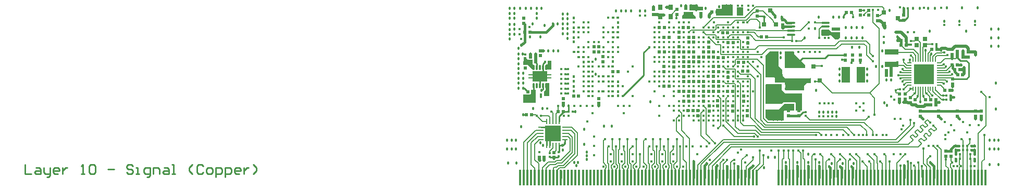
<source format=gbr>
G04 Layer_Physical_Order=10*
G04 Layer_Color=16711680*
%FSLAX24Y24*%
%MOIN*%
%TF.FileFunction,Copper,L10,Bot,Signal*%
%TF.Part,Single*%
G01*
G75*
%TA.AperFunction,SMDPad,CuDef*%
%ADD10R,0.0205X0.0197*%
%ADD11R,0.0138X0.0138*%
%ADD12R,0.1024X0.0531*%
%ADD13R,0.0138X0.0138*%
%ADD17O,0.0098X0.0354*%
%ADD18O,0.0354X0.0098*%
%ADD19R,0.0984X0.0984*%
%ADD20R,0.0197X0.0205*%
%ADD21R,0.0295X0.0295*%
%ADD22R,0.0906X0.0335*%
%ADD23R,0.0217X0.0217*%
%ADD24R,0.0217X0.0217*%
%ADD27R,0.0531X0.1024*%
%ADD28R,0.0394X0.0571*%
%ADD36R,0.0177X0.1004*%
%TA.AperFunction,Conductor*%
%ADD42C,0.0060*%
%ADD43C,0.0180*%
%ADD44C,0.0070*%
%ADD45C,0.0150*%
%ADD46C,0.0065*%
%ADD48C,0.0200*%
%ADD50C,0.0120*%
%ADD51C,0.0100*%
%ADD52C,0.0095*%
%ADD54C,0.0080*%
%TA.AperFunction,NonConductor*%
%ADD55C,0.0100*%
%TA.AperFunction,ViaPad*%
%ADD59C,0.0160*%
%ADD60C,0.0180*%
%TA.AperFunction,TestPad*%
%ADD61C,0.0160*%
%TA.AperFunction,ViaPad*%
%ADD62C,0.0170*%
%TA.AperFunction,SMDPad,CuDef*%
%ADD72R,0.0256X0.0335*%
G04:AMPARAMS|DCode=73|XSize=65mil|YSize=94.5mil|CornerRadius=1.9mil|HoleSize=0mil|Usage=FLASHONLY|Rotation=270.000|XOffset=0mil|YOffset=0mil|HoleType=Round|Shape=RoundedRectangle|*
%AMROUNDEDRECTD73*
21,1,0.0650,0.0906,0,0,270.0*
21,1,0.0611,0.0945,0,0,270.0*
1,1,0.0039,-0.0453,-0.0305*
1,1,0.0039,-0.0453,0.0305*
1,1,0.0039,0.0453,0.0305*
1,1,0.0039,0.0453,-0.0305*
%
%ADD73ROUNDEDRECTD73*%
G04:AMPARAMS|DCode=74|XSize=11mil|YSize=33.5mil|CornerRadius=2mil|HoleSize=0mil|Usage=FLASHONLY|Rotation=180.000|XOffset=0mil|YOffset=0mil|HoleType=Round|Shape=RoundedRectangle|*
%AMROUNDEDRECTD74*
21,1,0.0110,0.0295,0,0,180.0*
21,1,0.0071,0.0335,0,0,180.0*
1,1,0.0040,-0.0035,0.0147*
1,1,0.0040,0.0035,0.0147*
1,1,0.0040,0.0035,-0.0147*
1,1,0.0040,-0.0035,-0.0147*
%
%ADD74ROUNDEDRECTD74*%
%ADD75R,0.1311X0.1311*%
%ADD76O,0.0295X0.0079*%
%ADD77O,0.0079X0.0295*%
%ADD78R,0.0295X0.0295*%
%ADD79O,0.0551X0.0138*%
%TA.AperFunction,SMDPad,SMDef*%
%ADD80R,0.0295X0.0276*%
%TA.AperFunction,Conductor*%
%ADD81R,0.0276X0.0110*%
G36*
X3110Y5787D02*
X2795D01*
Y6102D01*
X2874Y6181D01*
X2874Y6614D01*
X3110D01*
Y5787D01*
D02*
G37*
G36*
X17795Y7717D02*
X18032Y7480D01*
Y7126D01*
X18228Y6929D01*
X19803D01*
X19843Y6969D01*
Y6614D01*
X19606D01*
X19409Y6417D01*
Y6142D01*
X18228D01*
Y6614D01*
X18189Y6654D01*
X17559D01*
Y6969D01*
X17520Y7008D01*
X16968D01*
Y8386D01*
X17244Y8661D01*
X17795D01*
Y7717D01*
D02*
G37*
G36*
X1654Y8228D02*
X1772Y8110D01*
X2047D01*
Y7874D01*
X2165Y7756D01*
Y7480D01*
X2047D01*
X1732Y7795D01*
X1457D01*
Y8031D01*
X1496Y8071D01*
Y8307D01*
X1654D01*
X1654Y8228D01*
D02*
G37*
G36*
X25984Y5512D02*
X26063Y5433D01*
Y5354D01*
X25709D01*
Y5433D01*
X25827Y5551D01*
Y5669D01*
X25984D01*
Y5512D01*
D02*
G37*
G36*
X18780Y4843D02*
X18150D01*
X18110Y4803D01*
X18110Y4213D01*
X17165Y4213D01*
X16968Y4409D01*
Y4921D01*
X17795D01*
X18150Y5276D01*
X18780D01*
Y4843D01*
D02*
G37*
G36*
X17992Y6181D02*
X18228Y5945D01*
X19291D01*
Y4843D01*
X18898D01*
Y5354D01*
X18858Y5394D01*
X18110Y5394D01*
X17992Y5276D01*
X16968D01*
Y6535D01*
X17992D01*
Y6181D01*
D02*
G37*
G36*
X2244Y6181D02*
X2244Y5354D01*
X1457Y5354D01*
Y5906D01*
X1929D01*
X1969Y5945D01*
Y6181D01*
X2244Y6181D01*
D02*
G37*
G36*
X12323Y11063D02*
X12480Y10906D01*
X12480Y10787D01*
X12441Y10748D01*
X11654Y10748D01*
X11614Y10787D01*
X11614Y10945D01*
X11732Y11063D01*
X11732Y11181D01*
X12323D01*
X12323Y11063D01*
D02*
G37*
G36*
X14843Y10945D02*
X13780Y10945D01*
Y11378D01*
X14134Y11378D01*
X14173Y11417D01*
Y11654D01*
X14843D01*
Y10945D01*
D02*
G37*
G36*
X12638Y11575D02*
X12677Y11535D01*
X12953D01*
Y11299D01*
X12087D01*
Y11654D01*
X12638D01*
Y11575D01*
D02*
G37*
G36*
X21181Y9882D02*
X21732Y9882D01*
Y9567D01*
X21575Y9409D01*
X21417D01*
X21142Y9685D01*
X20551D01*
X20512Y9724D01*
X20512Y10000D01*
X20551Y10039D01*
X21024D01*
X21181Y9882D01*
D02*
G37*
G36*
X3268Y7480D02*
X2874D01*
Y7795D01*
X2913Y7835D01*
X2992D01*
X3031Y7874D01*
Y8071D01*
X3268D01*
Y7480D01*
D02*
G37*
G36*
X18780Y8622D02*
X18780D01*
Y8504D01*
X19488Y7795D01*
Y7638D01*
X19449Y7598D01*
X18228D01*
X18189Y7638D01*
Y8661D01*
X18740D01*
X18780Y8622D01*
D02*
G37*
G36*
X25669Y9331D02*
X25354D01*
Y9646D01*
X25669Y9331D01*
D02*
G37*
D10*
X5984Y8943D02*
D03*
Y8616D02*
D03*
X26850Y4809D02*
D03*
Y4482D02*
D03*
X24134Y10951D02*
D03*
Y10624D02*
D03*
X11417Y9888D02*
D03*
Y9561D02*
D03*
X23031Y10978D02*
D03*
Y11305D02*
D03*
Y8431D02*
D03*
Y8104D02*
D03*
X22520D02*
D03*
Y8431D02*
D03*
X23543Y10978D02*
D03*
Y11305D02*
D03*
X25787Y10663D02*
D03*
Y10990D02*
D03*
X11299Y11018D02*
D03*
Y11344D02*
D03*
X16417Y11266D02*
D03*
Y10939D02*
D03*
X1496Y10467D02*
D03*
Y10793D02*
D03*
X18425Y4522D02*
D03*
Y4848D02*
D03*
X19094D02*
D03*
Y4522D02*
D03*
X28031Y4482D02*
D03*
Y4809D02*
D03*
X29213D02*
D03*
Y4482D02*
D03*
X30394D02*
D03*
Y4809D02*
D03*
X25512Y5911D02*
D03*
Y5585D02*
D03*
X27205Y5230D02*
D03*
Y5557D02*
D03*
X12992Y5467D02*
D03*
Y5793D02*
D03*
X11732Y7041D02*
D03*
Y7368D02*
D03*
X22047Y8104D02*
D03*
Y8431D02*
D03*
X1575Y7593D02*
D03*
Y7919D02*
D03*
X11102Y8301D02*
D03*
Y8628D02*
D03*
Y7998D02*
D03*
Y7671D02*
D03*
X6565Y7986D02*
D03*
Y8313D02*
D03*
X9803Y11344D02*
D03*
Y11018D02*
D03*
X29213Y8982D02*
D03*
Y8656D02*
D03*
X28937Y6896D02*
D03*
Y6569D02*
D03*
X28898Y8785D02*
D03*
Y8459D02*
D03*
X29921Y8301D02*
D03*
Y8628D02*
D03*
X30748Y4482D02*
D03*
Y4809D02*
D03*
X3425Y2171D02*
D03*
Y1844D02*
D03*
X13622Y8628D02*
D03*
Y8301D02*
D03*
X13307Y8628D02*
D03*
Y8301D02*
D03*
X12992Y8628D02*
D03*
Y8301D02*
D03*
X14567Y7002D02*
D03*
Y7329D02*
D03*
X11850Y11423D02*
D03*
Y11096D02*
D03*
X10472Y7683D02*
D03*
Y7356D02*
D03*
X15827Y9207D02*
D03*
Y9533D02*
D03*
X12992Y6411D02*
D03*
Y6738D02*
D03*
X14843Y4837D02*
D03*
Y5163D02*
D03*
X13898Y5478D02*
D03*
Y5152D02*
D03*
X15551Y5793D02*
D03*
Y5467D02*
D03*
X15787Y4522D02*
D03*
Y4848D02*
D03*
X13346Y5163D02*
D03*
Y4837D02*
D03*
X12638Y4848D02*
D03*
Y4522D02*
D03*
X21299Y10085D02*
D03*
Y9758D02*
D03*
X21614D02*
D03*
Y10085D02*
D03*
X18071Y10675D02*
D03*
Y10348D02*
D03*
X6299Y5309D02*
D03*
Y5636D02*
D03*
X6299Y8616D02*
D03*
Y8943D02*
D03*
X4016Y5309D02*
D03*
Y5636D02*
D03*
X2559Y8380D02*
D03*
Y8707D02*
D03*
X11732Y8628D02*
D03*
Y8301D02*
D03*
X25906Y5585D02*
D03*
Y5911D02*
D03*
X26220Y5675D02*
D03*
Y5348D02*
D03*
X26535Y5230D02*
D03*
Y5557D02*
D03*
X28819Y1923D02*
D03*
Y2250D02*
D03*
X28504D02*
D03*
Y1923D02*
D03*
X13307Y9258D02*
D03*
Y8931D02*
D03*
X11417Y8943D02*
D03*
Y8616D02*
D03*
D11*
X26260Y9085D02*
D03*
Y9341D02*
D03*
X3740Y2175D02*
D03*
Y1919D02*
D03*
X3150Y1880D02*
D03*
Y2136D02*
D03*
X1575Y8474D02*
D03*
Y8219D02*
D03*
X7520Y6447D02*
D03*
Y6703D02*
D03*
X7205Y8022D02*
D03*
Y8278D02*
D03*
X7520Y10226D02*
D03*
Y10482D02*
D03*
X4685Y6132D02*
D03*
Y6388D02*
D03*
Y7018D02*
D03*
Y6762D02*
D03*
X5315Y7707D02*
D03*
Y7963D02*
D03*
X4685Y9281D02*
D03*
Y9537D02*
D03*
X4685Y9911D02*
D03*
Y10167D02*
D03*
Y10541D02*
D03*
Y10797D02*
D03*
X7520Y5817D02*
D03*
Y6073D02*
D03*
D12*
X17480Y6289D02*
D03*
Y7254D02*
D03*
X18740Y6624D02*
D03*
Y5659D02*
D03*
X17480Y5610D02*
D03*
Y4646D02*
D03*
D13*
X4144Y7205D02*
D03*
X3888D02*
D03*
X30069Y2047D02*
D03*
X30325D02*
D03*
X29872Y2323D02*
D03*
X30128D02*
D03*
X29577D02*
D03*
X29321D02*
D03*
X29380Y2047D02*
D03*
X29124D02*
D03*
X30069Y1772D02*
D03*
X30325D02*
D03*
X29872Y2598D02*
D03*
X30128D02*
D03*
X29577D02*
D03*
X29321D02*
D03*
X29380Y1772D02*
D03*
X29124D02*
D03*
X15797Y10512D02*
D03*
X15541D02*
D03*
X28789Y5827D02*
D03*
X28533D02*
D03*
Y5551D02*
D03*
X28789D02*
D03*
X18652Y9331D02*
D03*
X18907D02*
D03*
X5906Y6732D02*
D03*
X5650D02*
D03*
X6545D02*
D03*
X6289D02*
D03*
X5906Y6417D02*
D03*
X5650D02*
D03*
X4144Y6575D02*
D03*
X3888D02*
D03*
X6909Y6417D02*
D03*
X7165D02*
D03*
X4144Y6260D02*
D03*
X3888D02*
D03*
X6909Y6102D02*
D03*
X7165D02*
D03*
X4144Y5945D02*
D03*
X3888D02*
D03*
X6909Y5787D02*
D03*
X7165D02*
D03*
X5650Y6102D02*
D03*
X5906D02*
D03*
X6289Y7677D02*
D03*
X6545D02*
D03*
X6535Y6102D02*
D03*
X6280D02*
D03*
X6289Y7047D02*
D03*
X6545D02*
D03*
X5650Y5787D02*
D03*
X5906D02*
D03*
Y7047D02*
D03*
X5650D02*
D03*
X7165Y6732D02*
D03*
X6909D02*
D03*
X3888Y6890D02*
D03*
X4144D02*
D03*
X5650Y7362D02*
D03*
X5906D02*
D03*
Y7677D02*
D03*
X5650D02*
D03*
Y7992D02*
D03*
X5906D02*
D03*
X3888Y7520D02*
D03*
X4144D02*
D03*
X7165Y7677D02*
D03*
X6909D02*
D03*
X27628Y9134D02*
D03*
X27884D02*
D03*
X4616Y4803D02*
D03*
X4360D02*
D03*
X3120Y7992D02*
D03*
X2864D02*
D03*
X2589Y5906D02*
D03*
X2844D02*
D03*
X7175Y8622D02*
D03*
X6919D02*
D03*
X7490Y9567D02*
D03*
X7234D02*
D03*
Y9882D02*
D03*
X7490D02*
D03*
Y10827D02*
D03*
X7234D02*
D03*
X4715Y8622D02*
D03*
X4970D02*
D03*
X5030Y10197D02*
D03*
X5285D02*
D03*
X7175Y7047D02*
D03*
X6919D02*
D03*
X5020Y8307D02*
D03*
X5276D02*
D03*
X25541Y6220D02*
D03*
X25797D02*
D03*
D17*
X3744Y4168D02*
D03*
X3547D02*
D03*
X3350D02*
D03*
X3153D02*
D03*
X2956D02*
D03*
Y2632D02*
D03*
X3153D02*
D03*
X3350D02*
D03*
X3547D02*
D03*
X3744D02*
D03*
D18*
X4118Y3006D02*
D03*
Y3203D02*
D03*
Y3400D02*
D03*
Y3597D02*
D03*
Y3794D02*
D03*
X2582D02*
D03*
Y3597D02*
D03*
Y3400D02*
D03*
Y3203D02*
D03*
Y3006D02*
D03*
D19*
X3350Y3400D02*
D03*
D20*
X12041Y9252D02*
D03*
X12368D02*
D03*
X22447Y11142D02*
D03*
X22120D02*
D03*
X13537Y11181D02*
D03*
X13864D02*
D03*
X17014Y9606D02*
D03*
X16687D02*
D03*
X1896Y9882D02*
D03*
X1569D02*
D03*
X27919Y8780D02*
D03*
X27593D02*
D03*
X28419Y6142D02*
D03*
X28746D02*
D03*
X1648Y4606D02*
D03*
X1974D02*
D03*
X3695Y4803D02*
D03*
X4022D02*
D03*
X12986Y6102D02*
D03*
X13313D02*
D03*
X2250Y7992D02*
D03*
X1923D02*
D03*
X4679Y5787D02*
D03*
X5006D02*
D03*
X7199Y7362D02*
D03*
X7526D02*
D03*
X27841Y5236D02*
D03*
X27514D02*
D03*
X29049Y7480D02*
D03*
X29376D02*
D03*
X29573Y7165D02*
D03*
X29246D02*
D03*
X25618Y9370D02*
D03*
X25945D02*
D03*
Y9055D02*
D03*
X25618D02*
D03*
X25006Y7441D02*
D03*
X24679D02*
D03*
Y7126D02*
D03*
X25006D02*
D03*
X2801Y1850D02*
D03*
X2474D02*
D03*
X12053Y7677D02*
D03*
X11726D02*
D03*
X12368Y7362D02*
D03*
X12041D02*
D03*
X11726Y7992D02*
D03*
X12053D02*
D03*
X13943Y7677D02*
D03*
X13616D02*
D03*
X13943Y6732D02*
D03*
X13616D02*
D03*
X13943Y6102D02*
D03*
X13616D02*
D03*
X13943Y6417D02*
D03*
X13616D02*
D03*
X13943Y7362D02*
D03*
X13616D02*
D03*
X12683Y7992D02*
D03*
X12356D02*
D03*
X12368Y6102D02*
D03*
X12041D02*
D03*
X12368Y8622D02*
D03*
X12041D02*
D03*
X10152Y10197D02*
D03*
X10478D02*
D03*
X10467Y9567D02*
D03*
X10793D02*
D03*
X10467Y6417D02*
D03*
X10793D02*
D03*
X10478Y8622D02*
D03*
X10152D02*
D03*
X15230Y7953D02*
D03*
X15557D02*
D03*
X14848Y6102D02*
D03*
X14522D02*
D03*
X15833Y7402D02*
D03*
X15506D02*
D03*
X12053Y5472D02*
D03*
X11726D02*
D03*
X13628Y7047D02*
D03*
X13301D02*
D03*
X14533Y9843D02*
D03*
X14207D02*
D03*
X14888Y9213D02*
D03*
X14561D02*
D03*
X13931Y8268D02*
D03*
X14258D02*
D03*
X11687Y10197D02*
D03*
X12014D02*
D03*
X12683Y8307D02*
D03*
X12356D02*
D03*
Y6732D02*
D03*
X12683D02*
D03*
X12368Y9567D02*
D03*
X12041D02*
D03*
X12329Y4843D02*
D03*
X12002D02*
D03*
X12362Y5787D02*
D03*
X12035D02*
D03*
X11726Y6732D02*
D03*
X12053D02*
D03*
X1923Y8307D02*
D03*
X2250D02*
D03*
X2093Y6063D02*
D03*
X1766D02*
D03*
X11411Y6102D02*
D03*
X11738D02*
D03*
X27514Y5551D02*
D03*
X27841D02*
D03*
D21*
X17618Y10376D02*
D03*
X16870D02*
D03*
X17244Y11278D02*
D03*
X20413Y6793D02*
D03*
X19665D02*
D03*
X20039Y7695D02*
D03*
D22*
X25039Y7835D02*
D03*
Y8622D02*
D03*
D23*
X29232Y7795D02*
D03*
X28878D02*
D03*
X29587Y8307D02*
D03*
X29232D02*
D03*
D24*
X12835Y11437D02*
D03*
Y11083D02*
D03*
X12205D02*
D03*
Y11437D02*
D03*
D27*
X18474Y8150D02*
D03*
X17510D02*
D03*
X23041Y7165D02*
D03*
X22077D02*
D03*
D28*
X15335Y11220D02*
D03*
X14587D02*
D03*
D36*
X31024Y551D02*
D03*
X30787D02*
D03*
X30551D02*
D03*
X30315D02*
D03*
X30079D02*
D03*
X29843D02*
D03*
X29606D02*
D03*
X29370D02*
D03*
X29134D02*
D03*
X28898D02*
D03*
X28661D02*
D03*
X28425D02*
D03*
X28189D02*
D03*
X27953D02*
D03*
X27717D02*
D03*
X27480D02*
D03*
X27244D02*
D03*
X27008D02*
D03*
X26772D02*
D03*
X26535D02*
D03*
X26299D02*
D03*
X26063D02*
D03*
X25827D02*
D03*
X25591D02*
D03*
X25354D02*
D03*
X25118D02*
D03*
X24882D02*
D03*
X24646D02*
D03*
X24409D02*
D03*
X24173D02*
D03*
X23937D02*
D03*
X23701D02*
D03*
X23465D02*
D03*
X23228D02*
D03*
X22992D02*
D03*
X22756D02*
D03*
X22520D02*
D03*
X22283D02*
D03*
X22047D02*
D03*
X21811D02*
D03*
X21575D02*
D03*
X21339D02*
D03*
X21102D02*
D03*
X20866D02*
D03*
X20630D02*
D03*
X20394D02*
D03*
X20157D02*
D03*
X19921D02*
D03*
X19685D02*
D03*
X19449D02*
D03*
X19213D02*
D03*
X18976D02*
D03*
X18740D02*
D03*
X18504D02*
D03*
X18268D02*
D03*
X18032D02*
D03*
X17795D02*
D03*
X16378D02*
D03*
X16142D02*
D03*
X15906D02*
D03*
X15669D02*
D03*
X15433D02*
D03*
X15197D02*
D03*
X14961D02*
D03*
X14724D02*
D03*
X14488D02*
D03*
X14252D02*
D03*
X14016D02*
D03*
X13780D02*
D03*
X13543D02*
D03*
X13307D02*
D03*
X13071D02*
D03*
X12835D02*
D03*
X12598D02*
D03*
X12362D02*
D03*
X12126D02*
D03*
X11890D02*
D03*
X11654D02*
D03*
X11417D02*
D03*
X11181D02*
D03*
X10945D02*
D03*
X10709D02*
D03*
X10472D02*
D03*
X10236D02*
D03*
X10000D02*
D03*
X9764D02*
D03*
X9528D02*
D03*
X9291D02*
D03*
X9055D02*
D03*
X8819D02*
D03*
X8583D02*
D03*
X8346D02*
D03*
X8110D02*
D03*
X7874D02*
D03*
X7638D02*
D03*
X7402D02*
D03*
X7165D02*
D03*
X6929D02*
D03*
X6693D02*
D03*
X6457D02*
D03*
X6220D02*
D03*
X5984D02*
D03*
X5748D02*
D03*
X5512D02*
D03*
X5276D02*
D03*
X5039D02*
D03*
X4803D02*
D03*
X4567D02*
D03*
X4331D02*
D03*
X4094D02*
D03*
X3858D02*
D03*
X3622D02*
D03*
X3386D02*
D03*
X3150D02*
D03*
X2913D02*
D03*
X2677D02*
D03*
X2441D02*
D03*
X2205D02*
D03*
X1969D02*
D03*
X1732D02*
D03*
X1496D02*
D03*
X1260D02*
D03*
D42*
X22756Y2047D02*
X22992Y1811D01*
Y551D02*
Y1811D01*
X22362Y2047D02*
X22795Y1614D01*
X23425Y3307D02*
Y3543D01*
X23031Y3937D02*
X23425Y3543D01*
X16968Y3937D02*
X23031D01*
X23268Y4094D02*
X23819Y3543D01*
Y3307D02*
Y3543D01*
X16890Y3780D02*
X22165D01*
X22638Y3307D01*
X16772Y3622D02*
X21929D01*
X22244Y3307D01*
X25354Y1496D02*
X25906Y2047D01*
X25354Y551D02*
Y1496D01*
X20630Y551D02*
Y1890D01*
X20472Y2047D02*
X20630Y1890D01*
X16693Y3465D02*
X20354D01*
X20512Y3307D01*
X16614D02*
X20197D01*
X20984Y1732D02*
X21024D01*
X20827Y1575D02*
X20984Y1732D01*
X17795Y551D02*
Y2283D01*
X18110Y1805D02*
Y2283D01*
X18032Y1726D02*
X18110Y1805D01*
X18425D02*
Y2283D01*
X18740Y2132D02*
Y2283D01*
X19213Y551D02*
Y2126D01*
X19055Y2283D02*
X19213Y2126D01*
X19370Y1805D02*
Y2283D01*
X20157Y1732D02*
X20157Y1732D01*
Y551D02*
Y1732D01*
X20039Y2047D02*
X20079D01*
X19921Y1929D02*
X20039Y2047D01*
X20827Y591D02*
Y1575D01*
X21378Y591D02*
Y1811D01*
X21142Y2047D02*
X21378Y1811D01*
X21535Y591D02*
Y1535D01*
X21732Y1732D01*
X22087Y591D02*
Y1693D01*
X21732Y2047D02*
X22087Y1693D01*
X21732Y1732D02*
Y1732D01*
X22244Y1614D02*
X22362Y1732D01*
X22244Y591D02*
Y1614D01*
X23150Y1575D02*
X23465Y1260D01*
Y551D02*
Y1260D01*
X23504Y2047D02*
X23898Y1654D01*
Y591D02*
Y1654D01*
Y591D02*
X23937Y551D01*
X24134Y591D02*
Y1457D01*
X23937Y2047D02*
X24094Y1890D01*
Y1496D02*
Y1890D01*
Y1496D02*
X24134Y1457D01*
Y591D02*
X24173Y551D01*
X23583Y1575D02*
X23701Y1457D01*
Y551D02*
Y1457D01*
X24646Y551D02*
Y1969D01*
X24567Y2047D02*
X24646Y1969D01*
X24409Y551D02*
Y1457D01*
X24291Y1575D02*
X24409Y1457D01*
X24882Y551D02*
Y1575D01*
X16378Y965D02*
X16811Y1398D01*
Y2008D01*
X16575Y1457D02*
Y2283D01*
X16142Y1024D02*
X16575Y1457D01*
X15709Y1260D02*
X16142Y1693D01*
X15709Y591D02*
Y1260D01*
X15433Y1693D02*
X15748Y2008D01*
X15433Y551D02*
Y1693D01*
X16142Y1693D02*
Y1850D01*
X12835Y3268D02*
X13346Y2756D01*
X12087Y591D02*
Y3071D01*
X11575Y3583D02*
X12087Y3071D01*
X11575Y3583D02*
Y4685D01*
X11260Y3543D02*
Y4370D01*
Y3543D02*
X11693Y3110D01*
Y1732D02*
Y3110D01*
X11496Y1181D02*
Y2559D01*
X11299Y1575D02*
Y3031D01*
X11102Y1378D02*
X11299Y1575D01*
X11063Y2362D02*
Y2559D01*
X10866Y2165D02*
X11063Y2362D01*
X10866Y1496D02*
Y2165D01*
X10472Y2323D02*
Y2559D01*
Y2323D02*
X10551Y2244D01*
Y1496D02*
Y2244D01*
X10236Y2323D02*
Y3031D01*
X10157Y2244D02*
X10236Y2323D01*
X10157Y1496D02*
Y2244D01*
X9764Y2323D02*
Y3031D01*
Y2323D02*
X9843Y2244D01*
Y1496D02*
Y2244D01*
X9173Y2913D02*
X9291Y3031D01*
X9173Y1535D02*
Y2913D01*
Y1535D02*
X9370Y1339D01*
X9449Y1496D02*
Y2480D01*
X9528Y2559D01*
X8268Y1496D02*
Y2362D01*
X8465Y2559D01*
X7953Y1496D02*
Y2224D01*
X7874Y2303D02*
Y2559D01*
Y2303D02*
X7953Y2224D01*
X7638Y2402D02*
Y3031D01*
X7559Y1496D02*
Y2323D01*
X7638Y2402D01*
X7165Y2362D02*
Y3031D01*
X7244Y1496D02*
Y2283D01*
X7165Y2362D02*
X7244Y2283D01*
X6850Y1496D02*
Y2480D01*
X6929Y2559D01*
X6575Y2913D02*
X6693Y3031D01*
X6575Y1535D02*
Y2913D01*
X8937Y1220D02*
Y2047D01*
X8701Y1535D02*
Y3031D01*
X8504Y1339D02*
X8701Y1535D01*
X10000Y1417D02*
Y2559D01*
X7402Y1417D02*
Y2559D01*
X23268Y9134D02*
X23425Y8976D01*
X21811Y9134D02*
X23268D01*
X23425Y8425D02*
Y8976D01*
Y8425D02*
X23819Y8031D01*
X23386Y9331D02*
X23622Y9094D01*
X21693Y9331D02*
X23386D01*
X21378Y9016D02*
X21693Y9331D01*
X21496Y8819D02*
X21811Y9134D01*
X17087Y8819D02*
X21496D01*
X16535Y9016D02*
X21378D01*
X23622Y8543D02*
X23819Y8346D01*
X23622Y8543D02*
Y9094D01*
X23819Y10512D02*
X24213Y10118D01*
Y6575D02*
Y10118D01*
X23622Y5984D02*
X24213Y6575D01*
X23819Y8031D02*
X23819D01*
X23819Y8346D02*
X23819D01*
Y10512D02*
Y11339D01*
X24299Y10951D02*
X24510Y11161D01*
X24134Y10951D02*
X24299D01*
X24510Y11161D02*
Y11435D01*
X24409Y11535D02*
X24510Y11435D01*
X16805Y11266D02*
X17441Y10630D01*
Y10553D02*
X17618Y10376D01*
X17441Y10553D02*
Y10630D01*
X16417Y11266D02*
X16805D01*
X19449Y551D02*
Y1726D01*
X15709Y10669D02*
X16181Y11142D01*
X16293D02*
X16417Y11266D01*
X16181Y11142D02*
X16293D01*
X19803Y4252D02*
X23346D01*
X19528Y4528D02*
X19803Y4252D01*
X23346D02*
X23543Y4449D01*
X14252Y3898D02*
X14961Y3189D01*
X16220D01*
X16260Y3898D02*
X16693Y3465D01*
X15551Y3898D02*
X16260D01*
X16339Y3583D02*
X16614Y3307D01*
X15276Y3583D02*
X16339D01*
X15984Y4409D02*
X16772Y3622D01*
X15984Y4409D02*
Y6850D01*
X16299Y4370D02*
X16890Y3780D01*
X16299Y4370D02*
Y6890D01*
X16260Y3386D02*
X16457Y3189D01*
X15179Y3386D02*
X16260D01*
X15354Y4094D02*
X15551Y3898D01*
X15354Y4094D02*
Y6575D01*
X14409Y4155D02*
X15179Y3386D01*
X15039Y3819D02*
X15276Y3583D01*
X17087Y4094D02*
X23268D01*
X16339Y11535D02*
X24409D01*
X16654Y4252D02*
Y7165D01*
X16811Y4370D02*
Y7756D01*
X16417Y8150D02*
X16811Y7756D01*
X15079Y8150D02*
X16417D01*
X15827Y7992D02*
X16654Y7165D01*
X15984Y7205D02*
X16299Y6890D01*
X15354Y7205D02*
X15984D01*
X15197Y7362D02*
X15354Y7205D01*
X15945Y6890D02*
X15984Y6850D01*
X15079Y6890D02*
X15945D01*
X15039Y6929D02*
X15079Y6890D01*
X15039Y6929D02*
Y7480D01*
X15000Y7520D02*
X15039Y7480D01*
X14409Y7520D02*
X15000D01*
X15197Y6732D02*
X15354Y6575D01*
X15197Y6732D02*
X15197D01*
X16732Y8465D02*
X17087Y8819D01*
X15039Y8110D02*
X15079Y8150D01*
X15039Y7835D02*
Y8110D01*
X14882Y7677D02*
X15039Y7835D01*
X14252Y7677D02*
X14409Y7520D01*
X27047Y1457D02*
X27244Y1260D01*
X27047Y1457D02*
Y2441D01*
X26260Y1024D02*
X26299Y984D01*
Y551D02*
Y984D01*
X26457Y1339D02*
X26535Y1260D01*
Y551D02*
Y1260D01*
X26732Y1535D02*
X26772Y1496D01*
Y551D02*
Y1496D01*
X26969Y591D02*
Y1299D01*
Y591D02*
X27008Y551D01*
X27283Y1417D02*
X27480Y1220D01*
X27244Y551D02*
Y1260D01*
X26260Y591D02*
X26299Y551D01*
X27480D02*
Y1220D01*
X29577Y2598D02*
Y2943D01*
X29488Y3031D02*
X29577Y2943D01*
X20128Y10502D02*
X20787D01*
X20561Y10246D02*
X20787D01*
X16348Y9990D02*
X18583D01*
X13780Y10315D02*
X13819Y10354D01*
X13780Y10079D02*
Y10315D01*
X13740Y10039D02*
X13780Y10079D01*
X16299Y8780D02*
X16535Y9016D01*
X18652Y9331D02*
Y9665D01*
X16339Y9370D02*
X18612D01*
X18652Y9331D01*
X15984Y9724D02*
X16339Y9370D01*
X18583Y9734D02*
X18652Y9665D01*
X14724Y9724D02*
X15984D01*
X20118Y10512D02*
X20128Y10502D01*
X20394Y10079D02*
X20561Y10246D01*
X20394Y9528D02*
Y10079D01*
X14567Y9567D02*
X14724Y9724D01*
X16299Y10039D02*
X16348Y9990D01*
X14094Y10039D02*
X16299D01*
X19203Y9990D02*
X19724Y10512D01*
X18583Y9990D02*
X19203D01*
X13937Y9882D02*
X14094Y10039D01*
X12047Y9882D02*
X12205Y10039D01*
X13150Y3346D02*
X13740Y2756D01*
X13150Y3346D02*
Y5000D01*
X12835Y3268D02*
Y4685D01*
X12992Y4843D01*
X12992Y5157D02*
X13150Y5000D01*
X11417Y1102D02*
X11496Y1181D01*
X11693Y1732D02*
X11890Y1535D01*
Y551D02*
Y1535D01*
X12087Y591D02*
X12126Y551D01*
X15512Y4213D02*
Y4528D01*
X15197Y4213D02*
Y4528D01*
X8819Y1102D02*
X8937Y1220D01*
X9291Y551D02*
Y1102D01*
X9370Y1181D01*
Y1339D01*
X9764Y551D02*
Y1102D01*
X9685Y1181D02*
X9764Y1102D01*
X10000Y551D02*
Y1102D01*
X10079Y1181D01*
X9685D02*
Y1339D01*
X9843Y1496D01*
X9449D02*
X9528Y1417D01*
Y551D02*
Y1417D01*
X10079Y1181D02*
Y1339D01*
X10236Y551D02*
Y1417D01*
X10157Y1496D02*
X10236Y1417D01*
X10472Y551D02*
Y1102D01*
X10394Y1181D02*
X10472Y1102D01*
X10394Y1181D02*
Y1339D01*
X10551Y1496D01*
X10709Y551D02*
Y1102D01*
X10787Y1181D01*
Y1339D01*
X10945Y551D02*
Y1417D01*
X10866Y1496D02*
X10945Y1417D01*
X11181Y551D02*
Y1102D01*
X11102Y1181D02*
X11181Y1102D01*
X11417Y551D02*
Y1102D01*
X8819Y551D02*
Y1102D01*
X8504Y1181D02*
Y1339D01*
Y1181D02*
X8583Y1102D01*
Y551D02*
Y1102D01*
X8268Y1496D02*
X8346Y1417D01*
Y551D02*
Y1417D01*
X8110D02*
X8189Y1339D01*
Y1181D02*
Y1339D01*
X8110Y1102D02*
X8189Y1181D01*
X8110Y551D02*
Y1102D01*
X7795Y1339D02*
X7953Y1496D01*
X7795Y1181D02*
Y1339D01*
Y1181D02*
X7874Y1102D01*
Y551D02*
Y1102D01*
X7559Y1496D02*
X7638Y1417D01*
Y551D02*
Y1417D01*
X7480Y1181D02*
Y1339D01*
X7402Y1417D02*
X7480Y1339D01*
X6929Y551D02*
Y1417D01*
X6850Y1496D02*
X6929Y1417D01*
X7087Y1339D02*
X7244Y1496D01*
X7087Y1181D02*
Y1339D01*
X7402Y1102D02*
X7480Y1181D01*
X7402Y551D02*
Y1102D01*
X7087Y1181D02*
X7165Y1102D01*
Y551D02*
Y1102D01*
X6575Y1535D02*
X6772Y1339D01*
Y1181D02*
Y1339D01*
X6693Y1102D02*
X6772Y1181D01*
X6693Y551D02*
Y1102D01*
X15669Y551D02*
X15709Y591D01*
X16378Y551D02*
Y965D01*
X10709Y1417D02*
X10787Y1339D01*
X10709Y1417D02*
Y3031D01*
X10000Y1417D02*
X10079Y1339D01*
X11417Y4843D02*
X11575Y4685D01*
X13937Y5787D02*
X14094Y5630D01*
X13937Y3740D02*
X14094Y3898D01*
Y5630D01*
X11102Y1181D02*
Y1378D01*
X25984Y7756D02*
X26171D01*
X26063Y7913D02*
X26171D01*
X26398Y8140D02*
Y8248D01*
X26260Y8386D02*
X26398Y8248D01*
X26171Y7913D02*
X26181Y7923D01*
Y8110D01*
X25787Y7953D02*
Y8110D01*
Y7953D02*
X25984Y7756D01*
X13740Y9724D02*
X13780Y9685D01*
Y9449D02*
Y9685D01*
Y9449D02*
X13819Y9409D01*
X15315D01*
X15354Y9370D01*
Y8819D02*
Y9370D01*
Y8819D02*
X15394Y8780D01*
X13307Y9567D02*
X13780Y9094D01*
X14055D01*
X14094Y9055D01*
Y8504D02*
Y9055D01*
Y8504D02*
X14134Y8465D01*
X16732D01*
X12992Y9882D02*
X13150Y9724D01*
X13740D01*
X13307Y9567D02*
Y9567D01*
X15394Y8780D02*
X16299D01*
X12205Y10039D02*
X13740D01*
X13819Y10354D02*
X14724D01*
X15039Y10669D01*
X15709D01*
X15630Y10827D02*
X16339Y11535D01*
X30069Y1772D02*
Y2047D01*
X29843Y551D02*
Y2293D01*
X29872Y2323D01*
Y2598D01*
X29606Y551D02*
Y2313D01*
X29567D02*
X29577Y2323D01*
Y2598D01*
X29370Y1762D02*
X29380Y1772D01*
Y2047D01*
X30079Y551D02*
Y1299D01*
X30079Y1299D02*
X30079Y1299D01*
X30079Y1299D02*
Y1762D01*
X30069Y1772D02*
X30079Y1762D01*
X29370Y551D02*
Y1220D01*
X29449Y1299D01*
X29370Y1378D02*
X29449Y1299D01*
X29370Y1378D02*
Y1762D01*
X25591Y551D02*
Y1339D01*
X25591Y1339D02*
X25591Y1339D01*
X25591Y1339D02*
Y1378D01*
X22756Y551D02*
Y984D01*
X22795Y1024D01*
Y1614D01*
X22244Y591D02*
X22283Y551D01*
X22047D02*
X22087Y591D01*
X21535Y591D02*
X21575Y551D01*
X21339D02*
X21378Y591D01*
X20827D02*
X20866Y551D01*
X18740D02*
Y2132D01*
X18504Y551D02*
Y1726D01*
X18425Y1805D02*
X18504Y1726D01*
X18032Y551D02*
Y1726D01*
X14252Y6732D02*
X14409Y6575D01*
Y5630D02*
X14567Y5787D01*
X14409Y4155D02*
Y5630D01*
Y6575D02*
X15000D01*
X15039Y6535D01*
Y3819D02*
Y6535D01*
X26260Y1024D02*
Y1496D01*
X20352Y6732D02*
X20413Y6793D01*
X20118Y6732D02*
X20352D01*
X23937Y4606D02*
Y5669D01*
X23622Y5984D02*
X23937Y5669D01*
X21222Y5984D02*
X23622D01*
X20413Y6793D02*
X21222Y5984D01*
X12992Y10197D02*
X13622Y10827D01*
X15630D01*
X16811Y4370D02*
X17087Y4094D01*
X16654Y4252D02*
X16968Y3937D01*
X29872Y2598D02*
X30039Y2766D01*
Y3031D01*
X19921Y551D02*
Y1929D01*
X19370Y1805D02*
X19449Y1726D01*
X18740Y2132D02*
X18740Y2132D01*
X27283Y1417D02*
Y1732D01*
X27480Y1929D01*
X16142Y551D02*
Y1024D01*
X8110Y1417D02*
Y3031D01*
X11260Y4370D02*
X11417Y4528D01*
D43*
X17244Y11278D02*
X17559Y10963D01*
Y10866D02*
Y10963D01*
X26856Y4482D02*
X27008Y4331D01*
X26850Y4482D02*
X26856D01*
X30394Y4809D02*
X30748D01*
X29213D02*
X30394D01*
X29219Y4482D02*
X29370Y4331D01*
X29213Y4482D02*
X29219D01*
X28037D02*
X28189Y4331D01*
X28031Y4482D02*
X28037D01*
X28031Y4809D02*
X29213D01*
X26850D02*
X28031D01*
D44*
X28209Y5551D02*
X28307D01*
X28179Y5827D02*
X28307D01*
X27815Y6191D02*
X28179Y5827D01*
X27815Y6191D02*
Y6270D01*
X28878Y7795D02*
X28937Y7854D01*
X28524Y7441D02*
X28878Y7795D01*
X19252Y9331D02*
X19449Y9528D01*
X18907Y9331D02*
X19252D01*
X25618Y9055D02*
X25894Y8780D01*
X26417D01*
X26713Y8484D01*
Y8140D02*
Y8484D01*
X27343Y6122D02*
Y6270D01*
Y6122D02*
X27638Y5827D01*
X28307Y5551D02*
X28533D01*
X28307Y5827D02*
X28533D01*
X27657Y6102D02*
X28209Y5551D01*
X27657Y6102D02*
Y6270D01*
X28041Y7441D02*
X28524D01*
X18425Y4522D02*
X18431Y4528D01*
X19154D02*
Y4547D01*
X20061Y7717D02*
X20551D01*
X19094Y4528D02*
X19154D01*
D45*
X21024Y1260D02*
X21102Y1181D01*
X17992Y10754D02*
Y10866D01*
Y10754D02*
X18071Y10675D01*
X27880Y5394D02*
X28071D01*
X19685Y1299D02*
X19685Y551D01*
X20394D02*
Y1299D01*
X18976Y630D02*
Y1299D01*
X18268Y551D02*
Y1299D01*
X28937Y7593D02*
Y7756D01*
Y7593D02*
X29049Y7480D01*
X25411Y10787D02*
X25535Y10663D01*
X25787D01*
X2913Y9882D02*
X3346Y10315D01*
Y10433D01*
X21102Y551D02*
Y1181D01*
X21811Y551D02*
Y1181D01*
X22520Y551D02*
Y1181D01*
X21102Y551D02*
X21102Y551D01*
X25827D02*
Y1339D01*
X27480Y1535D02*
X27717Y1299D01*
Y551D02*
Y1299D01*
X25787Y10990D02*
Y11417D01*
X18317Y10502D02*
X18583D01*
X18155Y10246D02*
X18583D01*
X29016Y2598D02*
X29134D01*
X28819Y2402D02*
X29016Y2598D01*
X28819Y2250D02*
Y2402D01*
X28504Y2250D02*
X28819D01*
X25394Y9594D02*
Y9606D01*
Y9370D02*
X25618D01*
X25945Y9055D02*
Y9370D01*
X25618Y9055D02*
Y9370D01*
X29232Y7795D02*
X29449D01*
X29049Y7362D02*
Y7480D01*
Y7362D02*
X29246Y7165D01*
X18144Y10675D02*
X18317Y10502D01*
X18071Y10675D02*
X18144D01*
X18071Y10162D02*
X18155Y10246D01*
X14488Y551D02*
Y1299D01*
X13780Y1260D02*
X13858Y1339D01*
X13071Y1339D02*
X13189Y1457D01*
X13071Y551D02*
Y1339D01*
X13780Y551D02*
Y1260D01*
X12362Y551D02*
Y1575D01*
X3858Y551D02*
Y945D01*
X15906Y1102D02*
X16142Y1339D01*
X15906Y551D02*
Y1102D01*
X15197Y551D02*
Y1299D01*
X1339Y9055D02*
X1555Y9272D01*
X27919Y8780D02*
X28150D01*
X27841Y5433D02*
X27880Y5394D01*
X28789Y5551D02*
Y5709D01*
Y5827D01*
X30325Y1614D02*
Y1772D01*
X30128Y2323D02*
X30315D01*
X30325Y2313D01*
Y2047D02*
Y2313D01*
X29134Y2598D02*
X29321D01*
X30128D02*
X30315D01*
X29134Y2323D02*
X29321D01*
X29124Y1614D02*
Y1772D01*
Y2047D02*
Y2313D01*
X29134Y2323D01*
X22441Y1260D02*
X22520Y1181D01*
X21732Y1260D02*
X21811Y1181D01*
X1896Y9882D02*
X2913D01*
X1896Y9882D02*
X1896Y9882D01*
X1496Y10467D02*
X1555Y10407D01*
X18431Y4528D02*
X19094D01*
X28789Y5709D02*
X28976D01*
X25394Y9594D02*
X25618Y9370D01*
X1555Y9272D02*
Y10407D01*
D46*
X25276Y2992D02*
X26220Y3937D01*
X25429Y2835D02*
X26457Y3862D01*
X14291Y2835D02*
X25429D01*
X26102Y2677D02*
X26378Y2953D01*
X14685Y2677D02*
X26102D01*
X14764Y2520D02*
X26732D01*
X26929Y2717D01*
X31063Y3898D02*
Y5748D01*
X30748Y6063D02*
X31063Y5748D01*
X30787Y1575D02*
X30945Y1732D01*
Y3307D01*
X22041Y8110D02*
X22047Y8104D01*
X21870Y8110D02*
X22041D01*
X22447Y11142D02*
X22559Y11030D01*
Y10866D02*
Y11030D01*
X23031Y7913D02*
Y8104D01*
X22441Y7992D02*
X22480Y8031D01*
X22441Y7913D02*
Y7992D01*
X23268Y11030D02*
X23543Y11305D01*
X23268Y10984D02*
Y11030D01*
X23037Y11299D02*
X23268D01*
X30551Y3228D02*
Y3386D01*
X31063Y3898D01*
X30787Y551D02*
Y1575D01*
X26457Y3862D02*
Y4055D01*
X26220Y3937D02*
Y4252D01*
X27677Y3898D02*
X27874Y3701D01*
X27657Y3917D02*
X27677Y3898D01*
Y3933D01*
X27675Y3935D02*
X27677Y3933D01*
X27323Y4252D02*
X27480Y4094D01*
X27283Y4252D02*
X27323D01*
X27874Y3701D02*
X27874D01*
Y3661D02*
Y3701D01*
X27756Y3543D02*
X27874Y3661D01*
X25354Y6220D02*
X25541D01*
X25276Y6142D02*
X25354Y6220D01*
X25433Y5984D02*
X25506Y5911D01*
X25315Y5984D02*
X25433D01*
X25276Y6024D02*
X25315Y5984D01*
X25276Y6024D02*
Y6142D01*
X28150Y6496D02*
X28346Y6299D01*
Y6215D02*
X28419Y6142D01*
X28346Y6215D02*
Y6299D01*
X28041Y6496D02*
X28150D01*
X27244Y5945D02*
X27441Y5748D01*
Y5630D02*
Y5748D01*
X14252Y2992D02*
X25276D01*
X12623Y1364D02*
X14252Y2992D01*
X12835Y1378D02*
X14291Y2835D01*
X13332Y1324D02*
X14685Y2677D01*
X13543Y1299D02*
X14764Y2520D01*
X14961Y551D02*
Y1457D01*
X12835Y551D02*
Y1378D01*
X27677Y2598D02*
X27953Y2323D01*
X27677Y2598D02*
X27677D01*
X14724Y551D02*
Y1535D01*
X14882Y1693D02*
X14935D01*
X14724Y1535D02*
X14882Y1693D01*
X14252Y551D02*
Y1417D01*
X14488Y1654D02*
Y1693D01*
X14252Y1417D02*
X14488Y1654D01*
X26929Y2717D02*
Y2756D01*
X16496Y9606D02*
X16687D01*
X16220Y9882D02*
X16496Y9606D01*
X15827Y9882D02*
X16220D01*
X17053Y9567D02*
X18110D01*
X17014Y9606D02*
X17053Y9567D01*
X14055Y1496D02*
X14252Y1693D01*
X14055Y591D02*
Y1496D01*
X14252Y1693D02*
X14252D01*
X13332Y576D02*
Y1324D01*
X14016Y551D02*
X14055Y591D01*
X12623Y576D02*
Y1364D01*
X16575Y10197D02*
Y10512D01*
X16378Y10709D02*
X16575Y10512D01*
X15994Y10709D02*
X16378D01*
X15797Y10512D02*
X15994Y10709D01*
X1575Y7919D02*
X1575Y7919D01*
X2126Y7628D02*
Y7750D01*
X3695Y5152D02*
X3701Y5157D01*
X11260Y10787D02*
Y10978D01*
X11299Y11018D01*
X12598Y551D02*
X12623Y576D01*
X13307Y551D02*
X13332Y576D01*
X13543Y551D02*
Y1299D01*
X28041Y6654D02*
X28268D01*
X28346Y6575D01*
X28041Y6811D02*
X28465D01*
X28543Y6732D01*
X28579D01*
X28041Y7283D02*
X28661D01*
X28041Y7126D02*
X28815D01*
X28041Y7756D02*
X28268D01*
X28346Y7835D01*
X28041Y7598D02*
X28421D01*
X27559Y8780D02*
X27593D01*
X27657Y8140D02*
Y8327D01*
X27815Y8140D02*
Y8287D01*
X26378Y2953D02*
Y2992D01*
X26220Y3150D02*
X26378Y2992D01*
X26220Y3150D02*
X26220D01*
X26220D02*
Y3189D01*
X26339Y3307D01*
X26378D01*
X26535Y3150D01*
Y3150D02*
Y3150D01*
Y3150D02*
X26575D01*
X26693Y3268D01*
Y3307D01*
X26535Y3465D02*
X26693Y3307D01*
X26535Y3465D02*
Y3504D01*
X26654Y3622D01*
X26693D01*
X26850Y3465D01*
X26890D01*
X27008Y3583D01*
Y3622D01*
X26850Y3780D02*
X27008Y3622D01*
X26850Y3780D02*
Y3819D01*
X26969Y3937D01*
X27008D01*
X27165Y3780D01*
X27205D01*
X27323Y3898D01*
Y3937D01*
X27165Y4094D02*
X27323Y3937D01*
X27165Y4094D02*
Y4134D01*
X27283Y4252D01*
X26772Y2913D02*
X26929Y2756D01*
X26772Y2913D02*
Y2953D01*
X26890Y3071D01*
X26929D01*
X27087Y2913D01*
X27126D01*
X27244Y3031D01*
Y3071D01*
X27087Y3228D02*
X27244Y3071D01*
X27087Y3228D02*
Y3268D01*
X27205Y3386D01*
X27244D01*
X27402Y3228D01*
X27441D01*
X27559Y3346D01*
Y3386D01*
X27402Y3543D02*
X27559Y3386D01*
X27402Y3543D02*
Y3583D01*
X27520Y3701D01*
X27559D01*
Y3701D02*
Y3701D01*
Y3701D02*
X27717Y3543D01*
X27756D01*
X24685Y8622D02*
X24724Y8583D01*
X28421Y7598D02*
X28502Y7679D01*
X28661Y7283D02*
X28740Y7362D01*
X28815Y7126D02*
X28896Y7207D01*
X2441Y551D02*
Y1457D01*
X2200Y1698D02*
X2441Y1457D01*
X2200Y1698D02*
Y2702D01*
X2504Y3006D01*
X2582D01*
X2376Y3203D02*
X2582D01*
X1969Y2795D02*
X2376Y3203D01*
X1969Y1378D02*
Y2795D01*
Y1378D02*
X2205Y1142D01*
Y551D02*
Y1142D01*
X1732Y551D02*
Y2795D01*
X2337Y3400D01*
X2582D01*
X2258Y3597D02*
X2582D01*
X3150Y2136D02*
Y2244D01*
X3350Y2444D01*
Y2632D01*
X3547Y2293D02*
Y2632D01*
X3425Y2171D02*
X3547Y2293D01*
X2677Y551D02*
Y1177D01*
X3050Y1550D01*
X3479D01*
X3583Y1654D01*
X3858D01*
X4449Y2244D01*
Y3071D01*
X4317Y3203D02*
X4449Y3071D01*
X4173Y3203D02*
X4317D01*
X4118Y3400D02*
X4356D01*
X4606Y3150D01*
Y2165D02*
Y3150D01*
X3937Y1496D02*
X4606Y2165D01*
X3622Y1496D02*
X3937D01*
X3526Y1400D02*
X3622Y1496D01*
X4118Y3597D02*
X4513D01*
X4764Y3346D01*
Y2087D02*
Y3346D01*
X4016Y1339D02*
X4764Y2087D01*
X3701Y1339D02*
X4016D01*
X3583Y1220D02*
X3701Y1339D01*
X3465Y1220D02*
X3583D01*
X3386Y1142D02*
X3465Y1220D01*
X3386Y551D02*
Y1142D01*
X2913Y551D02*
Y1163D01*
X3150Y1400D01*
X3526D01*
X3622Y551D02*
Y1019D01*
X3785Y1181D01*
X4094D01*
X4921Y2008D01*
Y3425D01*
X4553Y3794D02*
X4921Y3425D01*
X4118Y3794D02*
X4553D01*
X3547Y4168D02*
Y4655D01*
X3695Y4803D01*
Y5152D01*
X3350Y4168D02*
Y4721D01*
X3153Y4168D02*
Y4445D01*
X3071Y4528D02*
X3153Y4445D01*
X2598Y4528D02*
X3071D01*
X2323D02*
X2683Y4168D01*
X2956D01*
X1974Y4606D02*
X2244D01*
X2323Y4528D01*
X26555Y8140D02*
Y8406D01*
X26378Y8583D02*
X26555Y8406D01*
X27343Y8140D02*
Y8530D01*
X27593Y8780D01*
X28268Y8583D02*
X28386D01*
X27657Y8327D02*
X27874Y8543D01*
X28228D01*
X28268Y8583D01*
X27913Y8386D02*
X28543D01*
X28583Y8425D01*
X27815Y8287D02*
X27913Y8386D01*
X25787Y7441D02*
X26171D01*
X25709Y7520D02*
X25787Y7441D01*
X25630Y7283D02*
X26171D01*
X25591Y7323D02*
X25630Y7283D01*
X25472Y7126D02*
X26171D01*
X25472Y7126D02*
X25472Y7126D01*
X25591Y6929D02*
X25630Y6969D01*
X26171D01*
X25787Y6811D02*
X26171D01*
X25709Y6732D02*
X25787Y6811D01*
X25945Y6654D02*
X26171D01*
X25827Y6535D02*
X25945Y6654D01*
X25797Y6220D02*
X26073Y6496D01*
X26171D01*
X25506Y5911D02*
X25512D01*
X25906D02*
X26220Y6226D01*
Y6260D01*
Y5675D02*
X26226D01*
X26496Y5945D01*
X26535Y5557D02*
X26693Y5715D01*
Y5787D01*
X26713Y5807D02*
Y6270D01*
X26693Y5787D02*
X26713Y5807D01*
X26555Y6004D02*
Y6270D01*
X26496Y5945D02*
X26555Y6004D01*
X26230Y6270D02*
X26398D01*
X26220Y6260D02*
X26230Y6270D01*
X27028Y5807D02*
Y6270D01*
X27185Y6004D02*
Y6270D01*
Y6004D02*
X27244Y5945D01*
X27047Y5715D02*
X27205Y5557D01*
X27028Y5807D02*
X27047Y5787D01*
Y5715D02*
Y5787D01*
X30551Y551D02*
Y3228D01*
X28780Y1220D02*
X28898Y1102D01*
X28780Y1220D02*
Y1417D01*
X28898Y1535D01*
Y551D02*
Y1102D01*
X28661Y551D02*
Y1142D01*
X28504Y1299D02*
X28661Y1142D01*
X28504Y1299D02*
Y1732D01*
Y1923D01*
X28819Y1614D02*
Y1923D01*
Y1614D02*
X28898Y1535D01*
X27953Y551D02*
Y2323D01*
X10876Y10876D02*
Y10955D01*
X11266Y11344D01*
X11299D01*
X27953Y2598D02*
X28189Y2362D01*
Y551D02*
Y2362D01*
X30551Y3228D02*
X30551Y3228D01*
X1496Y2835D02*
X2258Y3597D01*
X1496Y551D02*
Y2835D01*
X14935Y1668D02*
X14961Y1693D01*
X3268Y4803D02*
X3350Y4721D01*
X24724Y8583D02*
X26378D01*
X27028Y8937D02*
X27146Y9055D01*
X27028Y8140D02*
Y8937D01*
X26654Y9449D02*
X26870Y9232D01*
X26614Y9449D02*
X26654D01*
X26870Y8140D02*
Y9232D01*
X26260Y9341D02*
X26506D01*
X26614Y9449D01*
X27224Y9134D02*
X27628D01*
X27146Y9055D02*
X27224Y9134D01*
D48*
X30394Y4331D02*
Y4482D01*
X30748Y4252D02*
Y4443D01*
X27093Y5118D02*
X27205Y5230D01*
X26654Y5118D02*
X27093D01*
X26541Y5230D02*
X26654Y5118D01*
X26024Y5394D02*
X26069Y5348D01*
X26220D01*
X11850Y11423D02*
Y11575D01*
X24510Y10413D02*
X24606Y10317D01*
Y10157D02*
Y10317D01*
X29587Y8504D02*
Y8701D01*
X29606Y7480D02*
X29646Y7441D01*
Y7238D02*
Y7441D01*
Y7638D01*
X30394Y8425D02*
Y8628D01*
X29921D02*
X30394D01*
X24510Y10254D02*
X24606Y10157D01*
X24510Y10254D02*
Y10413D01*
X25512Y5354D02*
Y5585D01*
X18071Y10162D02*
Y10348D01*
X2795Y1844D02*
X2801Y1850D01*
X2795Y1654D02*
Y1844D01*
X2474Y1699D02*
Y1850D01*
Y1699D02*
X2520Y1654D01*
X2250Y7992D02*
Y8307D01*
X4016Y5157D02*
Y5309D01*
X6299Y5157D02*
Y5309D01*
X9803Y11344D02*
Y11535D01*
Y11018D02*
X10085D01*
X10866Y11496D02*
X10876Y11486D01*
X10630Y11496D02*
X10866D01*
X2559Y8707D02*
X2750D01*
X2756Y8701D01*
X1923Y8307D02*
Y8498D01*
X2250Y8307D02*
Y8498D01*
X2244Y8504D02*
X2250Y8498D01*
X12835Y10866D02*
Y11083D01*
X28898Y8189D02*
Y8459D01*
X29587Y8307D02*
Y8504D01*
X29573Y7165D02*
X29646Y7238D01*
X29376Y7480D02*
X29606D01*
X29213Y8327D02*
X29232Y8307D01*
X29213Y8327D02*
Y8656D01*
X28898Y8785D02*
X29094Y8982D01*
X29213D01*
X28577Y8785D02*
X28898D01*
X28504Y8858D02*
X28577Y8785D01*
X28228Y8858D02*
X28504D01*
X28937Y6378D02*
Y6569D01*
X28746Y6142D02*
X28895D01*
X27205Y5230D02*
X27508D01*
X27514Y5236D01*
X26220Y5348D02*
X26339Y5230D01*
X26535D01*
X26541D01*
X29593Y8301D02*
X29921D01*
X29587Y8307D02*
X29593Y8301D01*
X29213Y8982D02*
X29797D01*
X29921Y8858D01*
Y8628D02*
Y8858D01*
X25006Y7126D02*
Y7441D01*
Y7756D01*
X27841Y5236D02*
Y5433D01*
Y5551D01*
X24679Y7126D02*
Y7441D01*
X25945Y9370D02*
Y9567D01*
X25630Y9882D02*
X25945Y9567D01*
X25276Y9882D02*
X25630D01*
X25276Y9882D02*
X25276Y9882D01*
X24134Y10624D02*
X24299D01*
X24510Y10413D01*
X10085Y11018D02*
X10118Y10984D01*
X10226Y10876D01*
X21299Y10085D02*
X21614D01*
X13346Y10866D02*
Y10990D01*
X13537Y11181D01*
X10118Y10984D02*
X10472D01*
X25787Y5394D02*
X26024D01*
X28150Y8780D02*
X28228Y8858D01*
D50*
X6457Y394D02*
Y551D01*
Y945D01*
X25974Y9085D02*
X26260D01*
X25945Y9055D02*
X25974Y9085D01*
X27884Y8815D02*
Y9134D01*
Y8815D02*
X27919Y8780D01*
D51*
X21969Y10990D02*
X22120Y11142D01*
X21969Y10866D02*
Y10990D01*
X19094Y7992D02*
X19331Y8228D01*
X20748D01*
X20951Y8431D01*
X22047D01*
X3100Y3650D02*
X3133Y3617D01*
X2956Y3794D02*
X3100Y3650D01*
Y3150D02*
X3133Y3183D01*
X2956Y3006D02*
X3100Y3150D01*
X2589Y5906D02*
X2598Y5896D01*
Y5748D02*
Y5896D01*
X2559Y5748D02*
X2598D01*
X16850Y10866D02*
X16890D01*
X16778Y10939D02*
X16850Y10866D01*
X16870Y10846D02*
X16890Y10866D01*
X16417Y10939D02*
X16778D01*
X16870Y10394D02*
Y10846D01*
X26063Y10866D02*
Y11417D01*
X25866Y10669D02*
X26063Y10866D01*
X25787Y10663D02*
X25793Y10669D01*
X25866D01*
X1541Y7559D02*
X1575Y7593D01*
X1457Y6299D02*
X1530D01*
X1766Y6063D01*
X1417Y8504D02*
X1526D01*
X26063Y551D02*
X26063Y551D01*
X2480Y1654D02*
X2520D01*
X2474Y1659D02*
X2480Y1654D01*
X2717Y7628D02*
Y7844D01*
X2864Y7992D01*
X1565Y8465D02*
X1575Y8474D01*
X1923Y8498D02*
X1929Y8504D01*
X2323Y7628D02*
Y7880D01*
X2093Y6063D02*
X2126Y6096D01*
Y6467D01*
X2638Y6142D02*
X2717Y6220D01*
Y6467D01*
X2520D02*
Y7047D01*
X2717Y7244D01*
X3740Y2175D02*
X3744Y2179D01*
Y2632D01*
X3978D02*
X4118Y2772D01*
X3971Y2632D02*
X3978D01*
X4118Y2772D02*
Y3006D01*
X3744Y2632D02*
X3971D01*
X3425Y1772D02*
Y1844D01*
X3665D02*
X3740Y1919D01*
X3153Y3203D02*
X3350Y3400D01*
X2956Y2632D02*
Y3006D01*
X2582Y3794D02*
X2956D01*
X3133Y3617D02*
X3350Y3400D01*
X3150Y1880D02*
X3185Y1844D01*
X7175Y7047D02*
X7205D01*
X7205Y7047D01*
X3744Y4492D02*
X4022Y4770D01*
Y4803D01*
X3744Y4168D02*
Y4492D01*
X4022Y4803D02*
X4360D01*
X4616D02*
X4803D01*
X4360D02*
X4370Y4813D01*
X1457Y4606D02*
X1648D01*
X4370Y4813D02*
Y5157D01*
X29232Y8248D02*
Y8307D01*
Y8248D02*
X29409Y8071D01*
X29803D01*
X29961Y7913D01*
X28937Y6896D02*
X29809D01*
X29961Y7047D01*
Y7913D01*
X26063Y551D02*
Y1575D01*
X19370Y4764D02*
X19528D01*
X19154Y4547D02*
X19370Y4764D01*
X2211Y7992D02*
X2323Y7880D01*
X3185Y1844D02*
X3425D01*
X3665D01*
X3153Y2632D02*
Y3203D01*
X2717Y7244D02*
Y7628D01*
X1526Y8504D02*
X1565Y8465D01*
D52*
X7835Y5787D02*
X9173Y7126D01*
Y8583D02*
X9528Y8937D01*
X9173Y7126D02*
Y8583D01*
X4144Y7520D02*
X4331D01*
X4144Y7205D02*
X4331D01*
X4144Y6890D02*
X4331D01*
X4144Y6575D02*
X4331D01*
X4144Y6260D02*
X4331D01*
X4144Y5945D02*
X4331D01*
D54*
X27185Y8140D02*
Y8720D01*
X27205Y8740D01*
X26870Y5413D02*
Y6270D01*
X28041Y7913D02*
X28150D01*
X28425Y8189D01*
X29114D02*
X29232Y8307D01*
X28425Y8189D02*
X28898D01*
X29114D01*
X27500Y8140D02*
Y8445D01*
X27559Y8504D01*
X25945Y7598D02*
X26171D01*
X25787Y7756D02*
X25945Y7598D01*
X28041Y6969D02*
X28864D01*
X28937Y6896D01*
X25394Y7756D02*
X25787D01*
X6860Y7047D02*
Y7077D01*
X25006Y7756D02*
X25394D01*
D55*
X-30400Y1400D02*
Y800D01*
X-30000D01*
X-29700Y1200D02*
X-29500D01*
X-29400Y1100D01*
Y800D01*
X-29700D01*
X-29800Y900D01*
X-29700Y1000D01*
X-29400D01*
X-29200Y1200D02*
Y900D01*
X-29100Y800D01*
X-28801D01*
Y700D01*
X-28900Y600D01*
X-29000D01*
X-28801Y800D02*
Y1200D01*
X-28301Y800D02*
X-28501D01*
X-28601Y900D01*
Y1100D01*
X-28501Y1200D01*
X-28301D01*
X-28201Y1100D01*
Y1000D01*
X-28601D01*
X-28001Y1200D02*
Y800D01*
Y1000D01*
X-27901Y1100D01*
X-27801Y1200D01*
X-27701D01*
X-26801Y800D02*
X-26601D01*
X-26701D01*
Y1400D01*
X-26801Y1300D01*
X-26301D02*
X-26201Y1400D01*
X-26001D01*
X-25901Y1300D01*
Y900D01*
X-26001Y800D01*
X-26201D01*
X-26301Y900D01*
Y1300D01*
X-25102Y1100D02*
X-24702D01*
X-23502Y1300D02*
X-23602Y1400D01*
X-23802D01*
X-23902Y1300D01*
Y1200D01*
X-23802Y1100D01*
X-23602D01*
X-23502Y1000D01*
Y900D01*
X-23602Y800D01*
X-23802D01*
X-23902Y900D01*
X-23302Y800D02*
X-23102D01*
X-23202D01*
Y1200D01*
X-23302D01*
X-22603Y600D02*
X-22503D01*
X-22403Y700D01*
Y1200D01*
X-22702D01*
X-22802Y1100D01*
Y900D01*
X-22702Y800D01*
X-22403D01*
X-22203D02*
Y1200D01*
X-21903D01*
X-21803Y1100D01*
Y800D01*
X-21503Y1200D02*
X-21303D01*
X-21203Y1100D01*
Y800D01*
X-21503D01*
X-21603Y900D01*
X-21503Y1000D01*
X-21203D01*
X-21003Y800D02*
X-20803D01*
X-20903D01*
Y1400D01*
X-21003D01*
X-19703Y800D02*
X-19903Y1000D01*
Y1200D01*
X-19703Y1400D01*
X-19004Y1300D02*
X-19104Y1400D01*
X-19304D01*
X-19404Y1300D01*
Y900D01*
X-19304Y800D01*
X-19104D01*
X-19004Y900D01*
X-18704Y800D02*
X-18504D01*
X-18404Y900D01*
Y1100D01*
X-18504Y1200D01*
X-18704D01*
X-18804Y1100D01*
Y900D01*
X-18704Y800D01*
X-18204Y600D02*
Y1200D01*
X-17904D01*
X-17804Y1100D01*
Y900D01*
X-17904Y800D01*
X-18204D01*
X-17604Y600D02*
Y1200D01*
X-17304D01*
X-17204Y1100D01*
Y900D01*
X-17304Y800D01*
X-17604D01*
X-16704D02*
X-16904D01*
X-17004Y900D01*
Y1100D01*
X-16904Y1200D01*
X-16704D01*
X-16604Y1100D01*
Y1000D01*
X-17004D01*
X-16405Y1200D02*
Y800D01*
Y1000D01*
X-16305Y1100D01*
X-16205Y1200D01*
X-16105D01*
X-15805Y800D02*
X-15605Y1000D01*
Y1200D01*
X-15805Y1400D01*
D59*
X25591Y2047D02*
D03*
X25906D02*
D03*
X25157D02*
D03*
X22913Y3307D02*
D03*
X22638D02*
D03*
X22244D02*
D03*
X21929D02*
D03*
X21535D02*
D03*
X21142D02*
D03*
X20827D02*
D03*
X20512D02*
D03*
X20197D02*
D03*
X21024Y1732D02*
D03*
X17323Y2283D02*
D03*
X17795D02*
D03*
X18110D02*
D03*
X18425D02*
D03*
X18740D02*
D03*
X19055D02*
D03*
X19370D02*
D03*
X20079Y2047D02*
D03*
X20157Y1732D02*
D03*
X20472Y2047D02*
D03*
X21142D02*
D03*
X21732Y1732D02*
D03*
X22362Y2047D02*
D03*
Y1732D02*
D03*
X21732Y2047D02*
D03*
X22756D02*
D03*
X23504D02*
D03*
X23583Y1575D02*
D03*
X23150D02*
D03*
X24291D02*
D03*
X24567Y2047D02*
D03*
X23937D02*
D03*
X24882Y1575D02*
D03*
X16811Y2008D02*
D03*
X16575Y2283D02*
D03*
X15748Y2008D02*
D03*
X16142Y1850D02*
D03*
X13189Y2559D02*
D03*
X13346Y2756D02*
D03*
X12598Y2047D02*
D03*
X12835Y2559D02*
D03*
X11496D02*
D03*
X11693Y1260D02*
D03*
X11890Y2559D02*
D03*
X12283D02*
D03*
X11299Y3031D02*
D03*
X11063Y2047D02*
D03*
Y2559D02*
D03*
X10354Y2047D02*
D03*
X9646D02*
D03*
X8937D02*
D03*
X8701Y3031D02*
D03*
X8465Y2559D02*
D03*
Y2047D02*
D03*
X7756D02*
D03*
X7047D02*
D03*
X10472Y2559D02*
D03*
X10000D02*
D03*
X9528D02*
D03*
X7874D02*
D03*
X7402D02*
D03*
X6929D02*
D03*
X30748Y6063D02*
D03*
X30591Y3937D02*
D03*
X30945Y3307D02*
D03*
X22559Y10866D02*
D03*
X23031Y7913D02*
D03*
X21870Y8110D02*
D03*
X22441Y7913D02*
D03*
X12047Y10512D02*
D03*
X11732D02*
D03*
Y9882D02*
D03*
X11417Y9252D02*
D03*
X23268Y11299D02*
D03*
Y10984D02*
D03*
X12362Y10197D02*
D03*
X11417Y10512D02*
D03*
X23819Y8031D02*
D03*
Y8346D02*
D03*
X24173Y11339D02*
D03*
X26063Y9882D02*
D03*
X26457D02*
D03*
Y4055D02*
D03*
X26220Y4252D02*
D03*
X27677Y3898D02*
D03*
X27480Y4094D02*
D03*
X29606Y4134D02*
D03*
X28819Y3937D02*
D03*
X28425Y4134D02*
D03*
X30039Y3937D02*
D03*
X25591Y4331D02*
D03*
X15197Y2165D02*
D03*
X11417Y4213D02*
D03*
X24528Y9606D02*
D03*
X16220Y3189D02*
D03*
X16457D02*
D03*
X14961Y1457D02*
D03*
X27953Y2598D02*
D03*
X27402D02*
D03*
X27677D02*
D03*
X23819Y3307D02*
D03*
X23425D02*
D03*
X23189D02*
D03*
X24449D02*
D03*
X24055D02*
D03*
X24685D02*
D03*
X9843Y9882D02*
D03*
X11732Y5787D02*
D03*
X19528Y4764D02*
D03*
Y4528D02*
D03*
X11102Y9252D02*
D03*
X26063Y11417D02*
D03*
X19409Y8622D02*
D03*
X19803D02*
D03*
X20118D02*
D03*
X20433D02*
D03*
X19055D02*
D03*
X25669Y3661D02*
D03*
X28661Y3465D02*
D03*
X16457Y8622D02*
D03*
X15512Y8937D02*
D03*
X15827D02*
D03*
X14567Y8307D02*
D03*
X14882Y7992D02*
D03*
X14567D02*
D03*
X14882Y8307D02*
D03*
Y7677D02*
D03*
X15197Y8307D02*
D03*
X15512D02*
D03*
X15827D02*
D03*
X15197Y7677D02*
D03*
X16457D02*
D03*
X16142Y7992D02*
D03*
X16457Y7047D02*
D03*
X14252Y7992D02*
D03*
X15827Y7677D02*
D03*
Y7992D02*
D03*
X15512Y7677D02*
D03*
X13937Y8622D02*
D03*
X14567Y7677D02*
D03*
X15197Y7362D02*
D03*
X13937Y7992D02*
D03*
X14252Y7677D02*
D03*
X15827Y7047D02*
D03*
X14882Y7362D02*
D03*
Y7047D02*
D03*
X27047Y2441D02*
D03*
X15827Y8622D02*
D03*
X14882D02*
D03*
X15197D02*
D03*
X14567D02*
D03*
X15197Y9252D02*
D03*
X15512D02*
D03*
Y8622D02*
D03*
X26457Y1339D02*
D03*
X26732Y1535D02*
D03*
X26969Y1299D02*
D03*
X28465Y3031D02*
D03*
Y3307D02*
D03*
X28504Y1732D02*
D03*
X31299Y5709D02*
D03*
X11732Y9567D02*
D03*
X12047Y8937D02*
D03*
X12677Y9567D02*
D03*
Y9252D02*
D03*
X29843Y3465D02*
D03*
X29488Y3031D02*
D03*
X29016Y3583D02*
D03*
X13937Y9567D02*
D03*
Y10197D02*
D03*
X14252D02*
D03*
X14567Y10512D02*
D03*
X30039Y3031D02*
D03*
X20748Y9528D02*
D03*
X15197Y9882D02*
D03*
Y9567D02*
D03*
X14567Y10197D02*
D03*
X13622Y9882D02*
D03*
Y10197D02*
D03*
X14252Y9567D02*
D03*
X14882Y8937D02*
D03*
X15197D02*
D03*
X15827Y9882D02*
D03*
X18110Y9567D02*
D03*
X14882D02*
D03*
X20394Y9528D02*
D03*
X14567Y9567D02*
D03*
X13937Y9882D02*
D03*
X12047D02*
D03*
X13740Y2756D02*
D03*
X14488Y1693D02*
D03*
Y1299D02*
D03*
X14252Y1693D02*
D03*
X13386D02*
D03*
X15827Y5157D02*
D03*
X15512D02*
D03*
X15827Y6102D02*
D03*
Y6417D02*
D03*
X15512Y6102D02*
D03*
X15197Y6417D02*
D03*
X14567Y5157D02*
D03*
X15512Y4213D02*
D03*
X15197D02*
D03*
X15512Y4843D02*
D03*
Y4528D02*
D03*
X15197D02*
D03*
Y4843D02*
D03*
X14567Y4528D02*
D03*
Y4843D02*
D03*
X14882Y5787D02*
D03*
X14252Y4843D02*
D03*
Y4528D02*
D03*
X13937Y3740D02*
D03*
X13622Y5157D02*
D03*
Y3898D02*
D03*
Y4213D02*
D03*
X12992Y4843D02*
D03*
X12992Y5157D02*
D03*
Y4213D02*
D03*
X13307Y4528D02*
D03*
X12992D02*
D03*
X12362D02*
D03*
X12047D02*
D03*
X12677Y5472D02*
D03*
X11417Y4843D02*
D03*
Y4528D02*
D03*
X12362Y5157D02*
D03*
X8110Y3031D02*
D03*
X7638D02*
D03*
X7165D02*
D03*
X6693D02*
D03*
X14252Y5472D02*
D03*
X13937Y5787D02*
D03*
Y4843D02*
D03*
X13622D02*
D03*
Y5472D02*
D03*
X16575Y10197D02*
D03*
X25276Y6142D02*
D03*
X14567Y8937D02*
D03*
X19724Y10118D02*
D03*
X20118Y10512D02*
D03*
X19724D02*
D03*
X14252Y6102D02*
D03*
X13622Y4528D02*
D03*
Y5787D02*
D03*
X13307D02*
D03*
X12677D02*
D03*
X11417Y5472D02*
D03*
X11102Y5157D02*
D03*
X9173Y1260D02*
D03*
X9882D02*
D03*
X9646Y1575D02*
D03*
X10354D02*
D03*
X10591Y1260D02*
D03*
X11063Y1575D02*
D03*
X11299Y1260D02*
D03*
X8701D02*
D03*
X8465Y1575D02*
D03*
X7992Y1260D02*
D03*
X7756Y1575D02*
D03*
X7047D02*
D03*
X7283Y1260D02*
D03*
X6575D02*
D03*
X10787Y5157D02*
D03*
X10157Y4528D02*
D03*
X11102Y4213D02*
D03*
X11417Y5157D02*
D03*
X13307Y6417D02*
D03*
X15197Y10512D02*
D03*
X13307Y10197D02*
D03*
X10157Y5157D02*
D03*
X4331Y7520D02*
D03*
Y7205D02*
D03*
Y6890D02*
D03*
Y6575D02*
D03*
Y6260D02*
D03*
Y5945D02*
D03*
X11102Y10197D02*
D03*
X6575Y9567D02*
D03*
X5315Y6732D02*
D03*
X10787Y7362D02*
D03*
Y7047D02*
D03*
X10472D02*
D03*
X10157Y6417D02*
D03*
X10787Y7677D02*
D03*
X11102Y6732D02*
D03*
X8465Y7677D02*
D03*
X5315Y6102D02*
D03*
X10787Y7992D02*
D03*
X10157Y7362D02*
D03*
X9843Y7047D02*
D03*
X5315Y6417D02*
D03*
X11102Y7362D02*
D03*
X5315Y7047D02*
D03*
X11417Y6417D02*
D03*
X8465Y5787D02*
D03*
X10472D02*
D03*
X11102D02*
D03*
X9843Y6732D02*
D03*
X10157D02*
D03*
X13307Y5472D02*
D03*
X15512Y6732D02*
D03*
X12047Y8307D02*
D03*
X12362Y8937D02*
D03*
X11732D02*
D03*
X15669Y1535D02*
D03*
X16142Y1339D02*
D03*
X15197Y1299D02*
D03*
X12992Y8937D02*
D03*
X12677Y6417D02*
D03*
X12362D02*
D03*
X12677Y6102D02*
D03*
X12047Y6417D02*
D03*
X12362Y7677D02*
D03*
X12677Y7362D02*
D03*
X11732Y6417D02*
D03*
X5000Y9882D02*
D03*
Y9567D02*
D03*
X7205Y9252D02*
D03*
X7520Y8937D02*
D03*
Y8622D02*
D03*
X10472Y6732D02*
D03*
X11102Y7047D02*
D03*
X10157D02*
D03*
X10787Y9252D02*
D03*
X7835Y5787D02*
D03*
X11102Y6417D02*
D03*
X5315Y7362D02*
D03*
X5000Y7677D02*
D03*
X9528Y6732D02*
D03*
X11102Y6102D02*
D03*
X10787Y6732D02*
D03*
X8150Y7362D02*
D03*
X10787Y8307D02*
D03*
Y8937D02*
D03*
X11417Y8307D02*
D03*
Y7992D02*
D03*
Y7677D02*
D03*
X7205Y8937D02*
D03*
X10787Y8622D02*
D03*
X5315Y8937D02*
D03*
X5630D02*
D03*
X10157Y8307D02*
D03*
X10472D02*
D03*
Y7992D02*
D03*
X10157D02*
D03*
X5000Y8937D02*
D03*
X5630Y8307D02*
D03*
X9843Y7992D02*
D03*
Y8307D02*
D03*
X6575Y8622D02*
D03*
X5630Y9252D02*
D03*
X10157D02*
D03*
X5315Y8622D02*
D03*
X6890Y9252D02*
D03*
X9843Y8937D02*
D03*
X9528D02*
D03*
X6575D02*
D03*
X10157Y8937D02*
D03*
X10472Y8937D02*
D03*
X11102D02*
D03*
X6890Y8307D02*
D03*
X5630Y9882D02*
D03*
X9843Y10197D02*
D03*
X10157Y9882D02*
D03*
Y9567D02*
D03*
X10472Y9252D02*
D03*
X6890Y10827D02*
D03*
X10787Y10197D02*
D03*
X5630Y10512D02*
D03*
X10157D02*
D03*
X6575Y10197D02*
D03*
Y9882D02*
D03*
X6890D02*
D03*
X5630Y10197D02*
D03*
X9843Y9567D02*
D03*
X5315Y10512D02*
D03*
X10787D02*
D03*
X5315Y9882D02*
D03*
X9843Y9252D02*
D03*
X7205Y10197D02*
D03*
X7835Y6417D02*
D03*
X9843Y7362D02*
D03*
X4055Y4528D02*
D03*
X4370D02*
D03*
X2992Y5000D02*
D03*
X5551Y4173D02*
D03*
X12362Y5472D02*
D03*
X11732Y5157D02*
D03*
Y4843D02*
D03*
X12677Y5157D02*
D03*
X2598Y4528D02*
D03*
X2323D02*
D03*
X12362Y4213D02*
D03*
X12677D02*
D03*
X11732Y4528D02*
D03*
X11102Y4843D02*
D03*
X7874Y4685D02*
D03*
X12047Y5157D02*
D03*
X5906Y4685D02*
D03*
X3701Y5157D02*
D03*
X11732Y9252D02*
D03*
X11260Y10787D02*
D03*
X1339Y9449D02*
D03*
X15197Y10197D02*
D03*
X15512Y9882D02*
D03*
X12992Y9567D02*
D03*
X25709Y7520D02*
D03*
X25591Y7323D02*
D03*
X25709Y6732D02*
D03*
X25827Y6535D02*
D03*
X25591Y6929D02*
D03*
X26220Y6260D02*
D03*
X14252Y9252D02*
D03*
Y8937D02*
D03*
X27244Y5945D02*
D03*
X27047Y5787D02*
D03*
X26693D02*
D03*
X26496Y5945D02*
D03*
X13937Y9252D02*
D03*
X12362Y9882D02*
D03*
X11102D02*
D03*
X12992Y9252D02*
D03*
X14882Y10197D02*
D03*
X15512Y10512D02*
D03*
X25472Y7126D02*
D03*
X14882Y9882D02*
D03*
X9291Y3031D02*
D03*
X9764D02*
D03*
X10236D02*
D03*
X10709D02*
D03*
X13307Y4213D02*
D03*
X14252D02*
D03*
X28346Y6575D02*
D03*
X28543Y6732D02*
D03*
X28346Y7835D02*
D03*
X14252Y5787D02*
D03*
X14567Y5472D02*
D03*
X14882D02*
D03*
X13937Y4213D02*
D03*
Y4528D02*
D03*
X14252Y5157D02*
D03*
X14567Y4213D02*
D03*
X14882D02*
D03*
X14252Y3898D02*
D03*
X26260Y8386D02*
D03*
X26181Y8110D02*
D03*
X25787D02*
D03*
X27638Y5827D02*
D03*
X28307Y5551D02*
D03*
Y5827D02*
D03*
X28976Y5709D02*
D03*
X11417Y10197D02*
D03*
X12992Y9882D02*
D03*
X13307Y9567D02*
D03*
X30354Y10344D02*
D03*
X29370D02*
D03*
X28386D02*
D03*
Y8583D02*
D03*
X28583Y8425D02*
D03*
X28502Y7679D02*
D03*
X28740Y7362D02*
D03*
X28896Y7207D02*
D03*
X12992Y10197D02*
D03*
X30315Y1299D02*
D03*
X30079D02*
D03*
X12677Y8937D02*
D03*
X28898Y1535D02*
D03*
X29449Y1299D02*
D03*
X29213D02*
D03*
X28976D02*
D03*
X25591Y1339D02*
D03*
X26063Y1575D02*
D03*
X15827Y5472D02*
D03*
X15197Y5787D02*
D03*
Y6102D02*
D03*
X14567Y5787D02*
D03*
X15512Y6417D02*
D03*
X14252D02*
D03*
X14567D02*
D03*
X14882D02*
D03*
X15827Y5787D02*
D03*
X16142Y6102D02*
D03*
X14567Y6732D02*
D03*
X14882D02*
D03*
X14252D02*
D03*
Y7047D02*
D03*
X15197Y6732D02*
D03*
Y7047D02*
D03*
X15827Y6732D02*
D03*
X13937Y7047D02*
D03*
X14252Y7362D02*
D03*
Y8622D02*
D03*
X26260Y1496D02*
D03*
X25748Y3898D02*
D03*
X16693Y8307D02*
D03*
X25236Y4331D02*
D03*
X20984Y9528D02*
D03*
X20118Y6732D02*
D03*
X23937Y4606D02*
D03*
X13307Y6732D02*
D03*
X11417D02*
D03*
Y7362D02*
D03*
Y7047D02*
D03*
X13622Y9567D02*
D03*
X12992Y7992D02*
D03*
X12677Y7677D02*
D03*
X13622Y7992D02*
D03*
X12992Y7677D02*
D03*
X13307Y7992D02*
D03*
Y7677D02*
D03*
Y7362D02*
D03*
X12992Y7047D02*
D03*
X12047D02*
D03*
X12362D02*
D03*
X12677D02*
D03*
X12992Y7362D02*
D03*
X12362Y7992D02*
D03*
X13661Y10512D02*
D03*
X15394Y2362D02*
D03*
X27480Y1929D02*
D03*
X11417Y8937D02*
D03*
X14961Y1693D02*
D03*
X3268Y4803D02*
D03*
X20551Y7717D02*
D03*
D60*
X21024Y1260D02*
D03*
X17992Y10866D02*
D03*
X23150Y10197D02*
D03*
X22795D02*
D03*
X22441D02*
D03*
X22087D02*
D03*
X23150Y9528D02*
D03*
X22795D02*
D03*
X22441D02*
D03*
X22087D02*
D03*
X22953Y8937D02*
D03*
X22480D02*
D03*
X21299Y10866D02*
D03*
X21654D02*
D03*
X21969D02*
D03*
X24409Y8701D02*
D03*
Y7677D02*
D03*
X24016D02*
D03*
X20354Y10866D02*
D03*
X29803Y9961D02*
D03*
X27441D02*
D03*
X27205Y8740D02*
D03*
X30394Y4331D02*
D03*
X29370D02*
D03*
X28189D02*
D03*
X27008D02*
D03*
X30748Y4252D02*
D03*
X26870Y5413D02*
D03*
X28071Y5394D02*
D03*
X25787D02*
D03*
X26024D02*
D03*
X19685Y1535D02*
D03*
X20394Y1299D02*
D03*
X19685D02*
D03*
X18976D02*
D03*
X18268D02*
D03*
X16850Y1181D02*
D03*
X11563Y11575D02*
D03*
X24882Y11299D02*
D03*
X14449Y11575D02*
D03*
X14724D02*
D03*
X11850D02*
D03*
X12520D02*
D03*
Y11339D02*
D03*
X29370Y10600D02*
D03*
X29587Y8701D02*
D03*
X29646Y7441D02*
D03*
X30394Y8628D02*
D03*
X17717Y4291D02*
D03*
X17441D02*
D03*
X2598Y5748D02*
D03*
X2126Y5512D02*
D03*
Y5787D02*
D03*
X1575D02*
D03*
Y5512D02*
D03*
X1850D02*
D03*
X31378Y9528D02*
D03*
Y8976D02*
D03*
Y10079D02*
D03*
X31850Y9528D02*
D03*
Y8976D02*
D03*
Y10079D02*
D03*
Y2953D02*
D03*
Y1378D02*
D03*
Y2402D02*
D03*
X31575D02*
D03*
X31299Y2953D02*
D03*
X31575D02*
D03*
X31299Y1378D02*
D03*
Y2402D02*
D03*
X433D02*
D03*
Y2953D02*
D03*
X474Y1500D02*
D03*
X984Y2953D02*
D03*
X709Y2402D02*
D03*
X984D02*
D03*
X709Y2953D02*
D03*
X1026Y1500D02*
D03*
X20197Y6142D02*
D03*
X18819Y6260D02*
D03*
X18543D02*
D03*
X18268D02*
D03*
X17717Y6850D02*
D03*
X17992D02*
D03*
X17913Y8268D02*
D03*
Y8543D02*
D03*
X18622Y5197D02*
D03*
X18425D02*
D03*
X18228D02*
D03*
X23465Y7165D02*
D03*
Y6772D02*
D03*
Y7520D02*
D03*
X21693D02*
D03*
Y7165D02*
D03*
Y6772D02*
D03*
X24606Y10157D02*
D03*
X16890Y10866D02*
D03*
X1457Y7244D02*
D03*
Y6929D02*
D03*
Y6614D02*
D03*
Y6299D02*
D03*
X1142D02*
D03*
Y6614D02*
D03*
Y6929D02*
D03*
Y7244D02*
D03*
Y7559D02*
D03*
Y7874D02*
D03*
Y8189D02*
D03*
Y8504D02*
D03*
X3386Y8701D02*
D03*
X3071D02*
D03*
X1417Y8504D02*
D03*
X591Y10787D02*
D03*
Y11102D02*
D03*
Y11417D02*
D03*
Y9449D02*
D03*
Y9764D02*
D03*
Y10065D02*
D03*
Y10394D02*
D03*
X2047Y10433D02*
D03*
X1260Y11417D02*
D03*
X1614D02*
D03*
X1969D02*
D03*
X2638D02*
D03*
X2323D02*
D03*
Y11102D02*
D03*
Y10787D02*
D03*
X906Y11417D02*
D03*
Y11102D02*
D03*
Y10787D02*
D03*
X4291Y9488D02*
D03*
X3976Y11063D02*
D03*
X9252Y11260D02*
D03*
X21496Y4488D02*
D03*
Y4764D02*
D03*
X21220D02*
D03*
X20394Y1535D02*
D03*
X18976D02*
D03*
X18268D02*
D03*
X19685Y2047D02*
D03*
X17559Y1850D02*
D03*
X17126D02*
D03*
X25827Y1339D02*
D03*
X27480Y1535D02*
D03*
X25512Y5354D02*
D03*
X25787Y11417D02*
D03*
X26378D02*
D03*
X27362D02*
D03*
X30354Y10600D02*
D03*
X19449Y9528D02*
D03*
X25394Y9606D02*
D03*
Y9370D02*
D03*
X29449Y7795D02*
D03*
X13110Y11417D02*
D03*
X13858Y1339D02*
D03*
X13189Y1457D02*
D03*
X12362Y1575D02*
D03*
X20118Y10118D02*
D03*
X6614Y3858D02*
D03*
X7126D02*
D03*
X5354Y2677D02*
D03*
X1339Y3819D02*
D03*
X2520Y1654D02*
D03*
X2795D02*
D03*
X1929Y8504D02*
D03*
X1850Y5787D02*
D03*
X2638Y6142D02*
D03*
X9606Y5433D02*
D03*
X6102Y7205D02*
D03*
X4843Y1339D02*
D03*
X4961Y1535D02*
D03*
X4724D02*
D03*
X5512Y1732D02*
D03*
Y1969D02*
D03*
Y2205D02*
D03*
X2717Y2638D02*
D03*
X2559Y2795D02*
D03*
X4118Y2772D02*
D03*
X3971Y2632D02*
D03*
X3976Y2323D02*
D03*
X2992Y6142D02*
D03*
Y5906D02*
D03*
X6102Y8150D02*
D03*
X5354Y3661D02*
D03*
X4803Y4803D02*
D03*
X2677Y5000D02*
D03*
X2087D02*
D03*
X1457Y4606D02*
D03*
X4370Y5157D02*
D03*
X9803Y11535D02*
D03*
X10630Y11496D02*
D03*
X2756Y8701D02*
D03*
X1339Y9055D02*
D03*
X2559Y9606D02*
D03*
X906Y10394D02*
D03*
Y10079D02*
D03*
Y9764D02*
D03*
X1890Y9606D02*
D03*
X1142Y8858D02*
D03*
X3346Y10433D02*
D03*
X3661D02*
D03*
X3976D02*
D03*
Y10748D02*
D03*
Y10118D02*
D03*
X2835Y10315D02*
D03*
X12047Y10866D02*
D03*
X12362D02*
D03*
X11732D02*
D03*
X12835D02*
D03*
X13982Y11530D02*
D03*
X27559Y8504D02*
D03*
X28189Y8740D02*
D03*
X28898Y8189D02*
D03*
X29587Y8504D02*
D03*
X29646Y7638D02*
D03*
X28937Y6378D02*
D03*
Y6142D02*
D03*
X30394Y8425D02*
D03*
X24528Y9213D02*
D03*
X25276Y9882D02*
D03*
X28543Y11457D02*
D03*
X29528D02*
D03*
X30512D02*
D03*
X28386Y10600D02*
D03*
X27795Y11417D02*
D03*
X17559Y10866D02*
D03*
X26811Y11417D02*
D03*
X30325Y1614D02*
D03*
X30315Y2323D02*
D03*
X29134Y2598D02*
D03*
X30315D02*
D03*
X29134Y2323D02*
D03*
X29124Y1614D02*
D03*
X22441Y1260D02*
D03*
X21732D02*
D03*
X21890Y1457D02*
D03*
X22598D02*
D03*
X21181D02*
D03*
X21496Y9528D02*
D03*
X24567Y5354D02*
D03*
X20945Y4764D02*
D03*
X20669D02*
D03*
X20394D02*
D03*
X8346Y11260D02*
D03*
X8031D02*
D03*
X7717D02*
D03*
X7402D02*
D03*
X3976Y9803D02*
D03*
X4291D02*
D03*
Y10118D02*
D03*
Y10433D02*
D03*
Y10748D02*
D03*
Y11063D02*
D03*
X8937Y11260D02*
D03*
X13346Y10866D02*
D03*
X18071Y10157D02*
D03*
X25000Y6811D02*
D03*
X24685D02*
D03*
X24724Y5197D02*
D03*
X3701Y8701D02*
D03*
X10472Y10984D02*
D03*
X19094Y7992D02*
D03*
Y7717D02*
D03*
X19370D02*
D03*
X17992Y4291D02*
D03*
X12205Y11575D02*
D03*
X31693Y4961D02*
D03*
Y6614D02*
D03*
D61*
X23819Y11339D02*
D03*
X23543Y4449D02*
D03*
D62*
X31024Y394D02*
D03*
X30315D02*
D03*
X29134D02*
D03*
X28425D02*
D03*
X25118D02*
D03*
X23228D02*
D03*
X1260D02*
D03*
X1969D02*
D03*
X3150D02*
D03*
X3858D02*
D03*
X6457D02*
D03*
X9055D02*
D03*
X11654D02*
D03*
X16142Y11575D02*
D03*
X15197D02*
D03*
X15472D02*
D03*
Y11339D02*
D03*
X15197D02*
D03*
X14724D02*
D03*
X14449D02*
D03*
X15866Y11575D02*
D03*
Y11339D02*
D03*
X9843Y6102D02*
D03*
X25197Y5551D02*
D03*
X25000Y5748D02*
D03*
X28189Y11457D02*
D03*
X27087D02*
D03*
X25551Y11496D02*
D03*
X5906Y5157D02*
D03*
X5512D02*
D03*
X5118D02*
D03*
X4724D02*
D03*
X8268D02*
D03*
X7874D02*
D03*
X7520D02*
D03*
X26693Y7638D02*
D03*
Y7205D02*
D03*
Y6772D02*
D03*
X27126D02*
D03*
Y7638D02*
D03*
X27559D02*
D03*
Y7205D02*
D03*
Y6772D02*
D03*
X27126Y7205D02*
D03*
X22992Y5079D02*
D03*
X22756Y5315D02*
D03*
Y4843D02*
D03*
X23228D02*
D03*
Y5315D02*
D03*
X2205Y6890D02*
D03*
Y7244D02*
D03*
X2835Y6850D02*
D03*
Y7244D02*
D03*
X2520Y7047D02*
D03*
X5984Y2008D02*
D03*
Y2598D02*
D03*
Y3189D02*
D03*
Y9252D02*
D03*
X6299D02*
D03*
X21220Y4488D02*
D03*
X20945D02*
D03*
X20669D02*
D03*
X20394D02*
D03*
X11732Y6102D02*
D03*
X11417D02*
D03*
X11102Y8628D02*
D03*
X18543Y6575D02*
D03*
X17717Y7402D02*
D03*
X17992Y7126D02*
D03*
X17717D02*
D03*
X18268Y6575D02*
D03*
X17638Y8543D02*
D03*
X17913Y6457D02*
D03*
X18622Y5000D02*
D03*
X18425D02*
D03*
X18228D02*
D03*
X18898Y5472D02*
D03*
Y5748D02*
D03*
X18622D02*
D03*
X18346Y5472D02*
D03*
X18071Y5748D02*
D03*
Y5472D02*
D03*
X17795D02*
D03*
Y5748D02*
D03*
Y6024D02*
D03*
X17520Y5472D02*
D03*
Y5748D02*
D03*
Y6024D02*
D03*
Y6299D02*
D03*
X23189Y6772D02*
D03*
X22913D02*
D03*
Y7520D02*
D03*
X23189D02*
D03*
Y7165D02*
D03*
X22913D02*
D03*
X22244Y7520D02*
D03*
X21969D02*
D03*
Y6772D02*
D03*
X22244Y7165D02*
D03*
X21969D02*
D03*
X22244Y6772D02*
D03*
X2480Y2205D02*
D03*
X1220Y9764D02*
D03*
Y10079D02*
D03*
X1850Y10236D02*
D03*
X8937Y10945D02*
D03*
X9252D02*
D03*
X12205Y11378D02*
D03*
X21260Y5315D02*
D03*
X20433D02*
D03*
X20709D02*
D03*
X20984D02*
D03*
X15512Y7362D02*
D03*
X23228Y945D02*
D03*
X25118D02*
D03*
X14567Y6102D02*
D03*
X14882D02*
D03*
X12992D02*
D03*
X11654Y945D02*
D03*
X9055D02*
D03*
X6457D02*
D03*
X3150D02*
D03*
X1969D02*
D03*
X1260D02*
D03*
X3110Y7756D02*
D03*
X5984Y8937D02*
D03*
X5000Y5787D02*
D03*
X6299Y8937D02*
D03*
X5630Y6417D02*
D03*
X6575Y7677D02*
D03*
X5630Y6732D02*
D03*
X6575D02*
D03*
Y7047D02*
D03*
X6890Y7047D02*
D03*
X5630Y7677D02*
D03*
X7205Y5787D02*
D03*
Y6102D02*
D03*
X5315Y7677D02*
D03*
Y7992D02*
D03*
X7520Y7362D02*
D03*
X7205D02*
D03*
X10472Y7677D02*
D03*
Y7362D02*
D03*
X6575Y7992D02*
D03*
Y8307D02*
D03*
X10472Y6417D02*
D03*
X11417Y9567D02*
D03*
Y9882D02*
D03*
X12047Y7362D02*
D03*
X11732D02*
D03*
X12992Y5787D02*
D03*
Y5472D02*
D03*
X12362Y5787D02*
D03*
X14567Y7047D02*
D03*
X12992Y6417D02*
D03*
X13307Y7047D02*
D03*
X13937Y6102D02*
D03*
Y6732D02*
D03*
X13622Y6417D02*
D03*
X13937Y7362D02*
D03*
X13622Y7677D02*
D03*
X10472Y9567D02*
D03*
Y10197D02*
D03*
X12677Y4528D02*
D03*
X13307Y5157D02*
D03*
X13937D02*
D03*
X14882Y4843D02*
D03*
X15512Y5787D02*
D03*
X15827Y7362D02*
D03*
X15197Y7992D02*
D03*
X15827Y4528D02*
D03*
Y9567D02*
D03*
X14567Y9252D02*
D03*
Y9882D02*
D03*
X14252Y8307D02*
D03*
X13622D02*
D03*
X13307Y8622D02*
D03*
X12047Y7677D02*
D03*
X12362Y8307D02*
D03*
Y8622D02*
D03*
X12992Y8307D02*
D03*
X11732D02*
D03*
Y7047D02*
D03*
X12047Y9252D02*
D03*
Y9567D02*
D03*
X11732Y10197D02*
D03*
X10787Y6417D02*
D03*
X12362Y4843D02*
D03*
X14567Y7362D02*
D03*
X12992Y6732D02*
D03*
X13937Y6417D02*
D03*
X13622Y6102D02*
D03*
Y6732D02*
D03*
Y7047D02*
D03*
Y7362D02*
D03*
X13937Y7677D02*
D03*
X3425Y1772D02*
D03*
X3858Y945D02*
D03*
X3350Y3400D02*
D03*
X10472Y8622D02*
D03*
X10787Y9567D02*
D03*
X10157Y10197D02*
D03*
X12677Y4843D02*
D03*
X13307D02*
D03*
X13937Y5472D02*
D03*
X14882Y5157D02*
D03*
X15512Y7992D02*
D03*
X15827Y4843D02*
D03*
Y9252D02*
D03*
X14882D02*
D03*
X14252Y9882D02*
D03*
X13937Y8307D02*
D03*
X13622Y8622D02*
D03*
X13307Y8937D02*
D03*
X12047Y8622D02*
D03*
X12992D02*
D03*
X12677Y8307D02*
D03*
X11732Y8622D02*
D03*
X12362Y9567D02*
D03*
Y9252D02*
D03*
X12047Y10197D02*
D03*
Y5472D02*
D03*
X12677Y6732D02*
D03*
X12362D02*
D03*
X12047D02*
D03*
Y4843D02*
D03*
X11732Y5472D02*
D03*
X12362Y7362D02*
D03*
X11732Y6732D02*
D03*
X11102Y7992D02*
D03*
X11732Y7992D02*
D03*
X12047D02*
D03*
X12362Y6102D02*
D03*
X12047D02*
D03*
Y5787D02*
D03*
X11102Y7677D02*
D03*
X11732Y7677D02*
D03*
X5000Y8307D02*
D03*
X5315D02*
D03*
X4685Y10827D02*
D03*
Y10512D02*
D03*
Y10197D02*
D03*
Y9882D02*
D03*
X5315Y10197D02*
D03*
X5000D02*
D03*
X4685Y9567D02*
D03*
Y9252D02*
D03*
Y8622D02*
D03*
X5000D02*
D03*
X4685Y7047D02*
D03*
Y6732D02*
D03*
Y6417D02*
D03*
Y6102D02*
D03*
Y5787D02*
D03*
X7205Y10827D02*
D03*
X7520D02*
D03*
Y10512D02*
D03*
Y10197D02*
D03*
Y9882D02*
D03*
Y9567D02*
D03*
X7205Y9882D02*
D03*
Y9567D02*
D03*
X6890Y8622D02*
D03*
X7205D02*
D03*
Y8307D02*
D03*
Y7992D02*
D03*
X7520Y6732D02*
D03*
Y6417D02*
D03*
Y6102D02*
D03*
Y5787D02*
D03*
X7205Y7677D02*
D03*
X5630Y7362D02*
D03*
Y5787D02*
D03*
Y7992D02*
D03*
X7205Y6732D02*
D03*
Y6417D02*
D03*
X5630Y6102D02*
D03*
X6575D02*
D03*
X5630Y7047D02*
D03*
X11102Y8307D02*
D03*
X10157Y8622D02*
D03*
X10787Y9882D02*
D03*
X7205Y7047D02*
D03*
X4016Y5157D02*
D03*
X6299D02*
D03*
X2244Y8504D02*
D03*
X12677Y7992D02*
D03*
X13307Y8307D02*
D03*
Y9252D02*
D03*
X25394Y7953D02*
D03*
Y7756D02*
D03*
X31024Y945D02*
D03*
X30315D02*
D03*
X29134D02*
D03*
X28425D02*
D03*
X15512Y5472D02*
D03*
X13307Y6102D02*
D03*
X18268Y8543D02*
D03*
X18543D02*
D03*
X18268Y8268D02*
D03*
X18543D02*
D03*
X18819D02*
D03*
Y7992D02*
D03*
X18543D02*
D03*
X18268D02*
D03*
X18543Y7717D02*
D03*
X18819D02*
D03*
X3600Y3150D02*
D03*
Y3650D02*
D03*
X3100D02*
D03*
Y3150D02*
D03*
X3600Y3150D02*
D03*
Y3650D02*
D03*
X3100D02*
D03*
Y3150D02*
D03*
D72*
X10876Y11486D02*
D03*
X10226D02*
D03*
Y10876D02*
D03*
X10876D02*
D03*
D73*
X2520Y7047D02*
D03*
D74*
X2126Y7628D02*
D03*
X2323D02*
D03*
X2520D02*
D03*
X2717D02*
D03*
X2913D02*
D03*
Y6467D02*
D03*
X2717D02*
D03*
X2520D02*
D03*
X2323D02*
D03*
X2126D02*
D03*
D75*
X27106Y7205D02*
D03*
D76*
X26171Y7913D02*
D03*
Y7756D02*
D03*
Y7598D02*
D03*
Y7441D02*
D03*
Y7283D02*
D03*
Y7126D02*
D03*
Y6969D02*
D03*
Y6811D02*
D03*
Y6654D02*
D03*
Y6496D02*
D03*
X28041D02*
D03*
Y6654D02*
D03*
Y6811D02*
D03*
Y6969D02*
D03*
Y7126D02*
D03*
Y7283D02*
D03*
Y7441D02*
D03*
Y7598D02*
D03*
Y7756D02*
D03*
Y7913D02*
D03*
D77*
X26398Y6270D02*
D03*
X26555D02*
D03*
X26713D02*
D03*
X26870D02*
D03*
X27028D02*
D03*
X27185D02*
D03*
X27343D02*
D03*
X27500D02*
D03*
X27657D02*
D03*
X27815D02*
D03*
Y8140D02*
D03*
X27657D02*
D03*
X27500D02*
D03*
X27343D02*
D03*
X27185D02*
D03*
X27028D02*
D03*
X26870D02*
D03*
X26713D02*
D03*
X26555D02*
D03*
X26398D02*
D03*
D78*
X24510Y10413D02*
D03*
Y11161D02*
D03*
X25411Y10787D02*
D03*
D79*
X20787Y10502D02*
D03*
Y10246D02*
D03*
Y9990D02*
D03*
Y9734D02*
D03*
X18583Y10502D02*
D03*
Y10246D02*
D03*
Y9990D02*
D03*
Y9734D02*
D03*
D80*
X27146Y9055D02*
D03*
Y9449D02*
D03*
X26614D02*
D03*
Y9055D02*
D03*
D81*
X1910Y7145D02*
D03*
X1910Y6949D02*
D03*
X3130Y6949D02*
D03*
X3129Y7145D02*
D03*
%TF.MD5,6798b0d2f54dc60e3527e514eb6d6758*%
M02*

</source>
